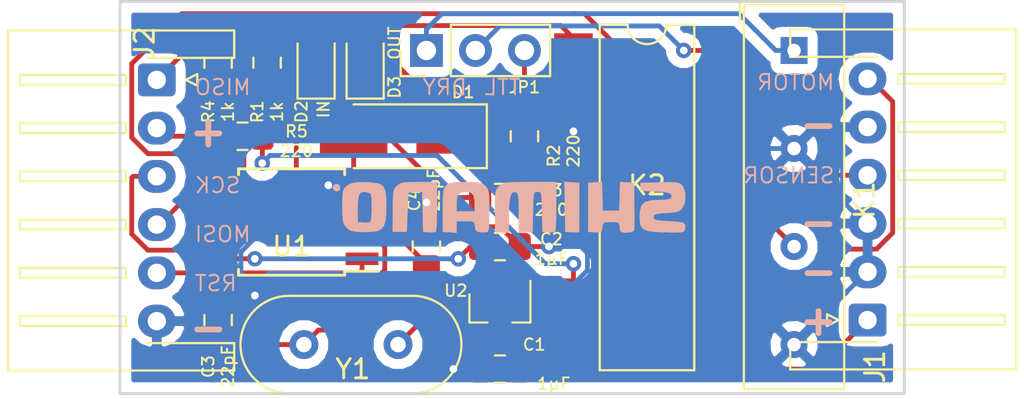
<source format=kicad_pcb>
(kicad_pcb (version 20171130) (host pcbnew "(5.0.2-5)-5")

  (general
    (thickness 1.6)
    (drawings 20)
    (tracks 190)
    (zones 0)
    (modules 21)
    (nets 18)
  )

  (page A4)
  (layers
    (0 F.Cu signal)
    (31 B.Cu signal)
    (32 B.Adhes user)
    (33 F.Adhes user)
    (34 B.Paste user)
    (35 F.Paste user)
    (36 B.SilkS user hide)
    (37 F.SilkS user)
    (38 B.Mask user)
    (39 F.Mask user)
    (40 Dwgs.User user)
    (41 Cmts.User user)
    (42 Eco1.User user)
    (43 Eco2.User user)
    (44 Edge.Cuts user)
    (45 Margin user)
    (46 B.CrtYd user)
    (47 F.CrtYd user hide)
    (48 B.Fab user)
    (49 F.Fab user hide)
  )

  (setup
    (last_trace_width 0.25)
    (trace_clearance 0.2)
    (zone_clearance 0.508)
    (zone_45_only no)
    (trace_min 0.2)
    (segment_width 0.2)
    (edge_width 0.15)
    (via_size 0.8)
    (via_drill 0.4)
    (via_min_size 0.4)
    (via_min_drill 0.3)
    (uvia_size 0.3)
    (uvia_drill 0.1)
    (uvias_allowed no)
    (uvia_min_size 0.2)
    (uvia_min_drill 0.1)
    (pcb_text_width 0.3)
    (pcb_text_size 1.5 1.5)
    (mod_edge_width 0.15)
    (mod_text_size 1 1)
    (mod_text_width 0.15)
    (pad_size 1.524 1.524)
    (pad_drill 0.762)
    (pad_to_mask_clearance 0.051)
    (solder_mask_min_width 0.25)
    (aux_axis_origin 0 0)
    (visible_elements FFFFFF7F)
    (pcbplotparams
      (layerselection 0x010fc_ffffffff)
      (usegerberextensions false)
      (usegerberattributes false)
      (usegerberadvancedattributes false)
      (creategerberjobfile false)
      (excludeedgelayer true)
      (linewidth 0.100000)
      (plotframeref false)
      (viasonmask false)
      (mode 1)
      (useauxorigin false)
      (hpglpennumber 1)
      (hpglpenspeed 20)
      (hpglpendiameter 15.000000)
      (psnegative false)
      (psa4output false)
      (plotreference true)
      (plotvalue true)
      (plotinvisibletext false)
      (padsonsilk false)
      (subtractmaskfromsilk false)
      (outputformat 1)
      (mirror false)
      (drillshape 0)
      (scaleselection 1)
      (outputdirectory "../gerber/"))
  )

  (net 0 "")
  (net 1 "Net-(D1-Pad1)")
  (net 2 +6V)
  (net 3 +5V)
  (net 4 MISO)
  (net 5 SCK)
  (net 6 MOSI)
  (net 7 RST)
  (net 8 MOTOR_OUT)
  (net 9 MOTOR_IN)
  (net 10 "Net-(C3-Pad2)")
  (net 11 "Net-(C4-Pad2)")
  (net 12 "Net-(D2-Pad2)")
  (net 13 "Net-(D3-Pad1)")
  (net 14 MOTOR_DRY)
  (net 15 "Net-(JP1-Pad2)")
  (net 16 MOTOR_TTL)
  (net 17 "Net-(K2-Pad6)")

  (net_class Default "This is the default net class."
    (clearance 0.2)
    (trace_width 0.25)
    (via_dia 0.8)
    (via_drill 0.4)
    (uvia_dia 0.3)
    (uvia_drill 0.1)
    (add_net +5V)
    (add_net +6V)
    (add_net MISO)
    (add_net MOSI)
    (add_net MOTOR_DRY)
    (add_net MOTOR_IN)
    (add_net MOTOR_OUT)
    (add_net MOTOR_TTL)
    (add_net "Net-(C3-Pad2)")
    (add_net "Net-(C4-Pad2)")
    (add_net "Net-(D1-Pad1)")
    (add_net "Net-(D2-Pad2)")
    (add_net "Net-(D3-Pad1)")
    (add_net "Net-(JP1-Pad2)")
    (add_net "Net-(K2-Pad6)")
    (add_net RST)
    (add_net SCK)
  )

  (net_class GND ""
    (clearance 0.2)
    (trace_width 0.5)
    (via_dia 0.8)
    (via_drill 0.4)
    (uvia_dia 0.3)
    (uvia_drill 0.1)
  )

  (module Crystal:Crystal_HC49-4H_Vertical (layer F.Cu) (tedit 5A1AD3B7) (tstamp 5D0094ED)
    (at 146.685 126.365)
    (descr "Crystal THT HC-49-4H http://5hertz.com/pdfs/04404_D.pdf")
    (tags "THT crystalHC-49-4H")
    (path /5CFFD27E)
    (fp_text reference Y1 (at 2.54 1.27) (layer F.SilkS)
      (effects (font (size 1 1) (thickness 0.15)))
    )
    (fp_text value Crystal_Small (at 2.44 3.525) (layer F.Fab)
      (effects (font (size 1 1) (thickness 0.15)))
    )
    (fp_text user %R (at 2.44 0) (layer F.Fab)
      (effects (font (size 1 1) (thickness 0.15)))
    )
    (fp_line (start -0.76 -2.325) (end 5.64 -2.325) (layer F.Fab) (width 0.1))
    (fp_line (start -0.76 2.325) (end 5.64 2.325) (layer F.Fab) (width 0.1))
    (fp_line (start -0.56 -2) (end 5.44 -2) (layer F.Fab) (width 0.1))
    (fp_line (start -0.56 2) (end 5.44 2) (layer F.Fab) (width 0.1))
    (fp_line (start -0.76 -2.525) (end 5.64 -2.525) (layer F.SilkS) (width 0.12))
    (fp_line (start -0.76 2.525) (end 5.64 2.525) (layer F.SilkS) (width 0.12))
    (fp_line (start -3.6 -2.8) (end -3.6 2.8) (layer F.CrtYd) (width 0.05))
    (fp_line (start -3.6 2.8) (end 8.5 2.8) (layer F.CrtYd) (width 0.05))
    (fp_line (start 8.5 2.8) (end 8.5 -2.8) (layer F.CrtYd) (width 0.05))
    (fp_line (start 8.5 -2.8) (end -3.6 -2.8) (layer F.CrtYd) (width 0.05))
    (fp_arc (start -0.76 0) (end -0.76 -2.325) (angle -180) (layer F.Fab) (width 0.1))
    (fp_arc (start 5.64 0) (end 5.64 -2.325) (angle 180) (layer F.Fab) (width 0.1))
    (fp_arc (start -0.56 0) (end -0.56 -2) (angle -180) (layer F.Fab) (width 0.1))
    (fp_arc (start 5.44 0) (end 5.44 -2) (angle 180) (layer F.Fab) (width 0.1))
    (fp_arc (start -0.76 0) (end -0.76 -2.525) (angle -180) (layer F.SilkS) (width 0.12))
    (fp_arc (start 5.64 0) (end 5.64 -2.525) (angle 180) (layer F.SilkS) (width 0.12))
    (pad 1 thru_hole circle (at 0 0) (size 1.5 1.5) (drill 0.8) (layers *.Cu *.Mask)
      (net 10 "Net-(C3-Pad2)"))
    (pad 2 thru_hole circle (at 4.88 0) (size 1.5 1.5) (drill 0.8) (layers *.Cu *.Mask)
      (net 11 "Net-(C4-Pad2)"))
    (model ${KISYS3DMOD}/Crystal.3dshapes/Crystal_HC49-4H_Vertical.wrl
      (at (xyz 0 0 0))
      (scale (xyz 1 1 1))
      (rotate (xyz 0 0 0))
    )
  )

  (module Capacitor_SMD:C_0805_2012Metric_Pad1.15x1.40mm_HandSolder (layer F.Cu) (tedit 5D2082C7) (tstamp 5D001596)
    (at 156.845 127.635 180)
    (descr "Capacitor SMD 0805 (2012 Metric), square (rectangular) end terminal, IPC_7351 nominal with elongated pad for handsoldering. (Body size source: https://docs.google.com/spreadsheets/d/1BsfQQcO9C6DZCsRaXUlFlo91Tg2WpOkGARC1WS5S8t0/edit?usp=sharing), generated with kicad-footprint-generator")
    (tags "capacitor handsolder")
    (path /5CFFD893)
    (attr smd)
    (fp_text reference C1 (at -1.778 1.27 180) (layer F.SilkS)
      (effects (font (size 0.6 0.6) (thickness 0.1)))
    )
    (fp_text value 1µF (at -2.794 -0.762 180) (layer F.SilkS)
      (effects (font (size 0.6 0.6) (thickness 0.1)))
    )
    (fp_text user %R (at 0 0 180) (layer F.Fab)
      (effects (font (size 0.5 0.5) (thickness 0.08)))
    )
    (fp_line (start 1.85 0.95) (end -1.85 0.95) (layer F.CrtYd) (width 0.05))
    (fp_line (start 1.85 -0.95) (end 1.85 0.95) (layer F.CrtYd) (width 0.05))
    (fp_line (start -1.85 -0.95) (end 1.85 -0.95) (layer F.CrtYd) (width 0.05))
    (fp_line (start -1.85 0.95) (end -1.85 -0.95) (layer F.CrtYd) (width 0.05))
    (fp_line (start -0.261252 0.71) (end 0.261252 0.71) (layer F.SilkS) (width 0.12))
    (fp_line (start -0.261252 -0.71) (end 0.261252 -0.71) (layer F.SilkS) (width 0.12))
    (fp_line (start 1 0.6) (end -1 0.6) (layer F.Fab) (width 0.1))
    (fp_line (start 1 -0.6) (end 1 0.6) (layer F.Fab) (width 0.1))
    (fp_line (start -1 -0.6) (end 1 -0.6) (layer F.Fab) (width 0.1))
    (fp_line (start -1 0.6) (end -1 -0.6) (layer F.Fab) (width 0.1))
    (pad 2 smd roundrect (at 1.025 0 180) (size 1.15 1.4) (layers F.Cu F.Paste F.Mask) (roundrect_rratio 0.217391)
      (net 8 MOTOR_OUT))
    (pad 1 smd roundrect (at -1.025 0 180) (size 1.15 1.4) (layers F.Cu F.Paste F.Mask) (roundrect_rratio 0.217391)
      (net 2 +6V))
    (model ${KISYS3DMOD}/Capacitor_SMD.3dshapes/C_0805_2012Metric.wrl
      (at (xyz 0 0 0))
      (scale (xyz 1 1 1))
      (rotate (xyz 0 0 0))
    )
  )

  (module Capacitor_SMD:C_0805_2012Metric_Pad1.15x1.40mm_HandSolder (layer F.Cu) (tedit 5D20828D) (tstamp 5D0015A7)
    (at 156.845 121.285)
    (descr "Capacitor SMD 0805 (2012 Metric), square (rectangular) end terminal, IPC_7351 nominal with elongated pad for handsoldering. (Body size source: https://docs.google.com/spreadsheets/d/1BsfQQcO9C6DZCsRaXUlFlo91Tg2WpOkGARC1WS5S8t0/edit?usp=sharing), generated with kicad-footprint-generator")
    (tags "capacitor handsolder")
    (path /5CFFD839)
    (attr smd)
    (fp_text reference C2 (at 2.667 -0.381) (layer F.SilkS)
      (effects (font (size 0.6 0.6) (thickness 0.1)))
    )
    (fp_text value 1µF (at 2.667 0.635) (layer F.SilkS)
      (effects (font (size 0.6 0.6) (thickness 0.1)))
    )
    (fp_line (start -1 0.6) (end -1 -0.6) (layer F.Fab) (width 0.1))
    (fp_line (start -1 -0.6) (end 1 -0.6) (layer F.Fab) (width 0.1))
    (fp_line (start 1 -0.6) (end 1 0.6) (layer F.Fab) (width 0.1))
    (fp_line (start 1 0.6) (end -1 0.6) (layer F.Fab) (width 0.1))
    (fp_line (start -0.261252 -0.71) (end 0.261252 -0.71) (layer F.SilkS) (width 0.12))
    (fp_line (start -0.261252 0.71) (end 0.261252 0.71) (layer F.SilkS) (width 0.12))
    (fp_line (start -1.85 0.95) (end -1.85 -0.95) (layer F.CrtYd) (width 0.05))
    (fp_line (start -1.85 -0.95) (end 1.85 -0.95) (layer F.CrtYd) (width 0.05))
    (fp_line (start 1.85 -0.95) (end 1.85 0.95) (layer F.CrtYd) (width 0.05))
    (fp_line (start 1.85 0.95) (end -1.85 0.95) (layer F.CrtYd) (width 0.05))
    (fp_text user %R (at 0 0) (layer F.Fab)
      (effects (font (size 0.5 0.5) (thickness 0.08)))
    )
    (pad 1 smd roundrect (at -1.025 0) (size 1.15 1.4) (layers F.Cu F.Paste F.Mask) (roundrect_rratio 0.217391)
      (net 3 +5V))
    (pad 2 smd roundrect (at 1.025 0) (size 1.15 1.4) (layers F.Cu F.Paste F.Mask) (roundrect_rratio 0.217391)
      (net 8 MOTOR_OUT))
    (model ${KISYS3DMOD}/Capacitor_SMD.3dshapes/C_0805_2012Metric.wrl
      (at (xyz 0 0 0))
      (scale (xyz 1 1 1))
      (rotate (xyz 0 0 0))
    )
  )

  (module Diode_SMD:D_SMA_Handsoldering (layer F.Cu) (tedit 5D2083B3) (tstamp 5D0015BF)
    (at 151.765 115.57 180)
    (descr "Diode SMA (DO-214AC) Handsoldering")
    (tags "Diode SMA (DO-214AC) Handsoldering")
    (path /5CFFD5FF)
    (attr smd)
    (fp_text reference D1 (at -3.175 2.286 180) (layer F.SilkS)
      (effects (font (size 0.6 0.6) (thickness 0.1)))
    )
    (fp_text value D (at 0 2.6 180) (layer F.Fab)
      (effects (font (size 1 1) (thickness 0.15)))
    )
    (fp_text user %R (at 0 -2.5 180) (layer F.Fab)
      (effects (font (size 1 1) (thickness 0.15)))
    )
    (fp_line (start -4.4 -1.65) (end -4.4 1.65) (layer F.SilkS) (width 0.12))
    (fp_line (start 2.3 1.5) (end -2.3 1.5) (layer F.Fab) (width 0.1))
    (fp_line (start -2.3 1.5) (end -2.3 -1.5) (layer F.Fab) (width 0.1))
    (fp_line (start 2.3 -1.5) (end 2.3 1.5) (layer F.Fab) (width 0.1))
    (fp_line (start 2.3 -1.5) (end -2.3 -1.5) (layer F.Fab) (width 0.1))
    (fp_line (start -4.5 -1.75) (end 4.5 -1.75) (layer F.CrtYd) (width 0.05))
    (fp_line (start 4.5 -1.75) (end 4.5 1.75) (layer F.CrtYd) (width 0.05))
    (fp_line (start 4.5 1.75) (end -4.5 1.75) (layer F.CrtYd) (width 0.05))
    (fp_line (start -4.5 1.75) (end -4.5 -1.75) (layer F.CrtYd) (width 0.05))
    (fp_line (start -0.64944 0.00102) (end -1.55114 0.00102) (layer F.Fab) (width 0.1))
    (fp_line (start 0.50118 0.00102) (end 1.4994 0.00102) (layer F.Fab) (width 0.1))
    (fp_line (start -0.64944 -0.79908) (end -0.64944 0.80112) (layer F.Fab) (width 0.1))
    (fp_line (start 0.50118 0.75032) (end 0.50118 -0.79908) (layer F.Fab) (width 0.1))
    (fp_line (start -0.64944 0.00102) (end 0.50118 0.75032) (layer F.Fab) (width 0.1))
    (fp_line (start -0.64944 0.00102) (end 0.50118 -0.79908) (layer F.Fab) (width 0.1))
    (fp_line (start -4.4 1.65) (end 2.5 1.65) (layer F.SilkS) (width 0.12))
    (fp_line (start -4.4 -1.65) (end 2.5 -1.65) (layer F.SilkS) (width 0.12))
    (pad 1 smd rect (at -2.5 0 180) (size 3.5 1.8) (layers F.Cu F.Paste F.Mask)
      (net 1 "Net-(D1-Pad1)"))
    (pad 2 smd rect (at 2.5 0 180) (size 3.5 1.8) (layers F.Cu F.Paste F.Mask)
      (net 8 MOTOR_OUT))
    (model ${KISYS3DMOD}/Diode_SMD.3dshapes/D_SMA.wrl
      (at (xyz 0 0 0))
      (scale (xyz 1 1 1))
      (rotate (xyz 0 0 0))
    )
  )

  (module Resistor_SMD:R_0805_2012Metric_Pad1.15x1.40mm_HandSolder (layer F.Cu) (tedit 5D20840E) (tstamp 5D0015E8)
    (at 144.78 111.76 90)
    (descr "Resistor SMD 0805 (2012 Metric), square (rectangular) end terminal, IPC_7351 nominal with elongated pad for handsoldering. (Body size source: https://docs.google.com/spreadsheets/d/1BsfQQcO9C6DZCsRaXUlFlo91Tg2WpOkGARC1WS5S8t0/edit?usp=sharing), generated with kicad-footprint-generator")
    (tags "resistor handsolder")
    (path /5CFFD7B4)
    (attr smd)
    (fp_text reference R1 (at -2.54 -0.508 90) (layer F.SilkS)
      (effects (font (size 0.6 0.6) (thickness 0.1)))
    )
    (fp_text value 1k (at -2.54 0.508 90) (layer F.SilkS)
      (effects (font (size 0.6 0.6) (thickness 0.1)))
    )
    (fp_line (start -1 0.6) (end -1 -0.6) (layer F.Fab) (width 0.1))
    (fp_line (start -1 -0.6) (end 1 -0.6) (layer F.Fab) (width 0.1))
    (fp_line (start 1 -0.6) (end 1 0.6) (layer F.Fab) (width 0.1))
    (fp_line (start 1 0.6) (end -1 0.6) (layer F.Fab) (width 0.1))
    (fp_line (start -0.261252 -0.71) (end 0.261252 -0.71) (layer F.SilkS) (width 0.12))
    (fp_line (start -0.261252 0.71) (end 0.261252 0.71) (layer F.SilkS) (width 0.12))
    (fp_line (start -1.85 0.95) (end -1.85 -0.95) (layer F.CrtYd) (width 0.05))
    (fp_line (start -1.85 -0.95) (end 1.85 -0.95) (layer F.CrtYd) (width 0.05))
    (fp_line (start 1.85 -0.95) (end 1.85 0.95) (layer F.CrtYd) (width 0.05))
    (fp_line (start 1.85 0.95) (end -1.85 0.95) (layer F.CrtYd) (width 0.05))
    (fp_text user %R (at 0 0 90) (layer F.Fab)
      (effects (font (size 0.5 0.5) (thickness 0.08)))
    )
    (pad 1 smd roundrect (at -1.025 0 90) (size 1.15 1.4) (layers F.Cu F.Paste F.Mask) (roundrect_rratio 0.217391)
      (net 4 MISO))
    (pad 2 smd roundrect (at 1.025 0 90) (size 1.15 1.4) (layers F.Cu F.Paste F.Mask) (roundrect_rratio 0.217391)
      (net 12 "Net-(D2-Pad2)"))
    (model ${KISYS3DMOD}/Resistor_SMD.3dshapes/R_0805_2012Metric.wrl
      (at (xyz 0 0 0))
      (scale (xyz 1 1 1))
      (rotate (xyz 0 0 0))
    )
  )

  (module Resistor_SMD:R_0805_2012Metric_Pad1.15x1.40mm_HandSolder (layer F.Cu) (tedit 5D2081DC) (tstamp 5D230DD0)
    (at 158.115 115.57 270)
    (descr "Resistor SMD 0805 (2012 Metric), square (rectangular) end terminal, IPC_7351 nominal with elongated pad for handsoldering. (Body size source: https://docs.google.com/spreadsheets/d/1BsfQQcO9C6DZCsRaXUlFlo91Tg2WpOkGARC1WS5S8t0/edit?usp=sharing), generated with kicad-footprint-generator")
    (tags "resistor handsolder")
    (path /5CFFDB28)
    (attr smd)
    (fp_text reference R2 (at 1.016 -1.524 90) (layer F.SilkS)
      (effects (font (size 0.6 0.6) (thickness 0.1)))
    )
    (fp_text value 220 (at 0.762 -2.54 270) (layer F.SilkS)
      (effects (font (size 0.6 0.6) (thickness 0.1)))
    )
    (fp_text user %R (at 0 0 270) (layer F.Fab)
      (effects (font (size 0.5 0.5) (thickness 0.08)))
    )
    (fp_line (start 1.85 0.95) (end -1.85 0.95) (layer F.CrtYd) (width 0.05))
    (fp_line (start 1.85 -0.95) (end 1.85 0.95) (layer F.CrtYd) (width 0.05))
    (fp_line (start -1.85 -0.95) (end 1.85 -0.95) (layer F.CrtYd) (width 0.05))
    (fp_line (start -1.85 0.95) (end -1.85 -0.95) (layer F.CrtYd) (width 0.05))
    (fp_line (start -0.261252 0.71) (end 0.261252 0.71) (layer F.SilkS) (width 0.12))
    (fp_line (start -0.261252 -0.71) (end 0.261252 -0.71) (layer F.SilkS) (width 0.12))
    (fp_line (start 1 0.6) (end -1 0.6) (layer F.Fab) (width 0.1))
    (fp_line (start 1 -0.6) (end 1 0.6) (layer F.Fab) (width 0.1))
    (fp_line (start -1 -0.6) (end 1 -0.6) (layer F.Fab) (width 0.1))
    (fp_line (start -1 0.6) (end -1 -0.6) (layer F.Fab) (width 0.1))
    (pad 2 smd roundrect (at 1.025 0 270) (size 1.15 1.4) (layers F.Cu F.Paste F.Mask) (roundrect_rratio 0.217391)
      (net 6 MOSI))
    (pad 1 smd roundrect (at -1.025 0 270) (size 1.15 1.4) (layers F.Cu F.Paste F.Mask) (roundrect_rratio 0.217391)
      (net 16 MOTOR_TTL))
    (model ${KISYS3DMOD}/Resistor_SMD.3dshapes/R_0805_2012Metric.wrl
      (at (xyz 0 0 0))
      (scale (xyz 1 1 1))
      (rotate (xyz 0 0 0))
    )
  )

  (module Resistor_SMD:R_0805_2012Metric_Pad1.15x1.40mm_HandSolder (layer F.Cu) (tedit 5D20822E) (tstamp 5D00160A)
    (at 156.845 118.745)
    (descr "Resistor SMD 0805 (2012 Metric), square (rectangular) end terminal, IPC_7351 nominal with elongated pad for handsoldering. (Body size source: https://docs.google.com/spreadsheets/d/1BsfQQcO9C6DZCsRaXUlFlo91Tg2WpOkGARC1WS5S8t0/edit?usp=sharing), generated with kicad-footprint-generator")
    (tags "resistor handsolder")
    (path /5CFFDB4E)
    (attr smd)
    (fp_text reference R3 (at 2.667 -0.381) (layer F.SilkS)
      (effects (font (size 0.6 0.6) (thickness 0.1)))
    )
    (fp_text value 220 (at 2.667 0.635) (layer F.SilkS)
      (effects (font (size 0.6 0.6) (thickness 0.1)))
    )
    (fp_line (start -1 0.6) (end -1 -0.6) (layer F.Fab) (width 0.1))
    (fp_line (start -1 -0.6) (end 1 -0.6) (layer F.Fab) (width 0.1))
    (fp_line (start 1 -0.6) (end 1 0.6) (layer F.Fab) (width 0.1))
    (fp_line (start 1 0.6) (end -1 0.6) (layer F.Fab) (width 0.1))
    (fp_line (start -0.261252 -0.71) (end 0.261252 -0.71) (layer F.SilkS) (width 0.12))
    (fp_line (start -0.261252 0.71) (end 0.261252 0.71) (layer F.SilkS) (width 0.12))
    (fp_line (start -1.85 0.95) (end -1.85 -0.95) (layer F.CrtYd) (width 0.05))
    (fp_line (start -1.85 -0.95) (end 1.85 -0.95) (layer F.CrtYd) (width 0.05))
    (fp_line (start 1.85 -0.95) (end 1.85 0.95) (layer F.CrtYd) (width 0.05))
    (fp_line (start 1.85 0.95) (end -1.85 0.95) (layer F.CrtYd) (width 0.05))
    (fp_text user %R (at 0 0) (layer F.Fab)
      (effects (font (size 0.5 0.5) (thickness 0.08)))
    )
    (pad 1 smd roundrect (at -1.025 0) (size 1.15 1.4) (layers F.Cu F.Paste F.Mask) (roundrect_rratio 0.217391)
      (net 13 "Net-(D3-Pad1)"))
    (pad 2 smd roundrect (at 1.025 0) (size 1.15 1.4) (layers F.Cu F.Paste F.Mask) (roundrect_rratio 0.217391)
      (net 1 "Net-(D1-Pad1)"))
    (model ${KISYS3DMOD}/Resistor_SMD.3dshapes/R_0805_2012Metric.wrl
      (at (xyz 0 0 0))
      (scale (xyz 1 1 1))
      (rotate (xyz 0 0 0))
    )
  )

  (module Package_SO:SOIJ-8_5.3x5.3mm_P1.27mm (layer F.Cu) (tedit 5A02F2D3) (tstamp 5D001627)
    (at 146.05 120.015 180)
    (descr "8-Lead Plastic Small Outline (SM) - Medium, 5.28 mm Body [SOIC] (see Microchip Packaging Specification 00000049BS.pdf)")
    (tags "SOIC 1.27")
    (path /5CFFD1B8)
    (attr smd)
    (fp_text reference U1 (at 0 -1.27 180) (layer F.SilkS)
      (effects (font (size 1 1) (thickness 0.15)))
    )
    (fp_text value ATtiny45-20SU (at 0 3.68 180) (layer F.Fab)
      (effects (font (size 1 1) (thickness 0.15)))
    )
    (fp_text user %R (at 0 0 180) (layer F.Fab)
      (effects (font (size 1 1) (thickness 0.15)))
    )
    (fp_line (start -1.65 -2.65) (end 2.65 -2.65) (layer F.Fab) (width 0.15))
    (fp_line (start 2.65 -2.65) (end 2.65 2.65) (layer F.Fab) (width 0.15))
    (fp_line (start 2.65 2.65) (end -2.65 2.65) (layer F.Fab) (width 0.15))
    (fp_line (start -2.65 2.65) (end -2.65 -1.65) (layer F.Fab) (width 0.15))
    (fp_line (start -2.65 -1.65) (end -1.65 -2.65) (layer F.Fab) (width 0.15))
    (fp_line (start -4.75 -2.95) (end -4.75 2.95) (layer F.CrtYd) (width 0.05))
    (fp_line (start 4.75 -2.95) (end 4.75 2.95) (layer F.CrtYd) (width 0.05))
    (fp_line (start -4.75 -2.95) (end 4.75 -2.95) (layer F.CrtYd) (width 0.05))
    (fp_line (start -4.75 2.95) (end 4.75 2.95) (layer F.CrtYd) (width 0.05))
    (fp_line (start -2.75 -2.755) (end -2.75 -2.55) (layer F.SilkS) (width 0.15))
    (fp_line (start 2.75 -2.755) (end 2.75 -2.455) (layer F.SilkS) (width 0.15))
    (fp_line (start 2.75 2.755) (end 2.75 2.455) (layer F.SilkS) (width 0.15))
    (fp_line (start -2.75 2.755) (end -2.75 2.455) (layer F.SilkS) (width 0.15))
    (fp_line (start -2.75 -2.755) (end 2.75 -2.755) (layer F.SilkS) (width 0.15))
    (fp_line (start -2.75 2.755) (end 2.75 2.755) (layer F.SilkS) (width 0.15))
    (fp_line (start -2.75 -2.55) (end -4.5 -2.55) (layer F.SilkS) (width 0.15))
    (pad 1 smd rect (at -3.65 -1.905 180) (size 1.7 0.65) (layers F.Cu F.Paste F.Mask)
      (net 7 RST))
    (pad 2 smd rect (at -3.65 -0.635 180) (size 1.7 0.65) (layers F.Cu F.Paste F.Mask)
      (net 10 "Net-(C3-Pad2)"))
    (pad 3 smd rect (at -3.65 0.635 180) (size 1.7 0.65) (layers F.Cu F.Paste F.Mask)
      (net 11 "Net-(C4-Pad2)"))
    (pad 4 smd rect (at -3.65 1.905 180) (size 1.7 0.65) (layers F.Cu F.Paste F.Mask)
      (net 8 MOTOR_OUT))
    (pad 5 smd rect (at 3.65 1.905 180) (size 1.7 0.65) (layers F.Cu F.Paste F.Mask)
      (net 6 MOSI))
    (pad 6 smd rect (at 3.65 0.635 180) (size 1.7 0.65) (layers F.Cu F.Paste F.Mask)
      (net 4 MISO))
    (pad 7 smd rect (at 3.65 -0.635 180) (size 1.7 0.65) (layers F.Cu F.Paste F.Mask)
      (net 5 SCK))
    (pad 8 smd rect (at 3.65 -1.905 180) (size 1.7 0.65) (layers F.Cu F.Paste F.Mask)
      (net 3 +5V))
    (model ${KISYS3DMOD}/Package_SO.3dshapes/SOIJ-8_5.3x5.3mm_P1.27mm.wrl
      (at (xyz 0 0 0))
      (scale (xyz 1 1 1))
      (rotate (xyz 0 0 0))
    )
  )

  (module Package_TO_SOT_SMD:SOT-23 (layer F.Cu) (tedit 5D2082FD) (tstamp 5D00163C)
    (at 156.845 124.46 270)
    (descr "SOT-23, Standard")
    (tags SOT-23)
    (path /5CFFD3ED)
    (attr smd)
    (fp_text reference U2 (at -0.889 2.286) (layer F.SilkS)
      (effects (font (size 0.6 0.6) (thickness 0.1)))
    )
    (fp_text value MCP1700-5002E_SOT23 (at 0 2.5 270) (layer F.Fab)
      (effects (font (size 1 1) (thickness 0.15)))
    )
    (fp_text user %R (at 0 0) (layer F.Fab)
      (effects (font (size 0.5 0.5) (thickness 0.075)))
    )
    (fp_line (start -0.7 -0.95) (end -0.7 1.5) (layer F.Fab) (width 0.1))
    (fp_line (start -0.15 -1.52) (end 0.7 -1.52) (layer F.Fab) (width 0.1))
    (fp_line (start -0.7 -0.95) (end -0.15 -1.52) (layer F.Fab) (width 0.1))
    (fp_line (start 0.7 -1.52) (end 0.7 1.52) (layer F.Fab) (width 0.1))
    (fp_line (start -0.7 1.52) (end 0.7 1.52) (layer F.Fab) (width 0.1))
    (fp_line (start 0.76 1.58) (end 0.76 0.65) (layer F.SilkS) (width 0.12))
    (fp_line (start 0.76 -1.58) (end 0.76 -0.65) (layer F.SilkS) (width 0.12))
    (fp_line (start -1.7 -1.75) (end 1.7 -1.75) (layer F.CrtYd) (width 0.05))
    (fp_line (start 1.7 -1.75) (end 1.7 1.75) (layer F.CrtYd) (width 0.05))
    (fp_line (start 1.7 1.75) (end -1.7 1.75) (layer F.CrtYd) (width 0.05))
    (fp_line (start -1.7 1.75) (end -1.7 -1.75) (layer F.CrtYd) (width 0.05))
    (fp_line (start 0.76 -1.58) (end -1.4 -1.58) (layer F.SilkS) (width 0.12))
    (fp_line (start 0.76 1.58) (end -0.7 1.58) (layer F.SilkS) (width 0.12))
    (pad 1 smd rect (at -1 -0.95 270) (size 0.9 0.8) (layers F.Cu F.Paste F.Mask)
      (net 8 MOTOR_OUT))
    (pad 2 smd rect (at -1 0.95 270) (size 0.9 0.8) (layers F.Cu F.Paste F.Mask)
      (net 3 +5V))
    (pad 3 smd rect (at 1 0 270) (size 0.9 0.8) (layers F.Cu F.Paste F.Mask)
      (net 2 +6V))
    (model ${KISYS3DMOD}/Package_TO_SOT_SMD.3dshapes/SOT-23.wrl
      (at (xyz 0 0 0))
      (scale (xyz 1 1 1))
      (rotate (xyz 0 0 0))
    )
  )

  (module Connector_JST:JST_XH_S06B-XH-A-1_1x06_P2.50mm_Horizontal (layer F.Cu) (tedit 5B77520A) (tstamp 5D217982)
    (at 139.065 112.649 270)
    (descr "JST XH series connector, S06B-XH-A-1 (http://www.jst-mfg.com/product/pdf/eng/eXH.pdf), generated with kicad-footprint-generator")
    (tags "connector JST XH top entry")
    (path /5CFFF436)
    (fp_text reference J2 (at -1.905 0.635 270) (layer F.SilkS)
      (effects (font (size 1 1) (thickness 0.15)))
    )
    (fp_text value Conn_01x06_Male (at 6.25 8.8 270) (layer F.Fab)
      (effects (font (size 1 1) (thickness 0.15)))
    )
    (fp_line (start -2.95 -4.4) (end -2.95 8.1) (layer F.CrtYd) (width 0.05))
    (fp_line (start -2.95 8.1) (end 15.45 8.1) (layer F.CrtYd) (width 0.05))
    (fp_line (start 15.45 8.1) (end 15.45 -4.4) (layer F.CrtYd) (width 0.05))
    (fp_line (start 15.45 -4.4) (end -2.95 -4.4) (layer F.CrtYd) (width 0.05))
    (fp_line (start 6.25 7.71) (end -2.56 7.71) (layer F.SilkS) (width 0.12))
    (fp_line (start -2.56 7.71) (end -2.56 -4.01) (layer F.SilkS) (width 0.12))
    (fp_line (start -2.56 -4.01) (end -1.14 -4.01) (layer F.SilkS) (width 0.12))
    (fp_line (start -1.14 -4.01) (end -1.14 0.49) (layer F.SilkS) (width 0.12))
    (fp_line (start 6.25 7.71) (end 15.06 7.71) (layer F.SilkS) (width 0.12))
    (fp_line (start 15.06 7.71) (end 15.06 -4.01) (layer F.SilkS) (width 0.12))
    (fp_line (start 15.06 -4.01) (end 13.64 -4.01) (layer F.SilkS) (width 0.12))
    (fp_line (start 13.64 -4.01) (end 13.64 0.49) (layer F.SilkS) (width 0.12))
    (fp_line (start 6.25 7.6) (end -2.45 7.6) (layer F.Fab) (width 0.1))
    (fp_line (start -2.45 7.6) (end -2.45 -3.9) (layer F.Fab) (width 0.1))
    (fp_line (start -2.45 -3.9) (end -1.25 -3.9) (layer F.Fab) (width 0.1))
    (fp_line (start -1.25 -3.9) (end -1.25 0.6) (layer F.Fab) (width 0.1))
    (fp_line (start -1.25 0.6) (end 6.25 0.6) (layer F.Fab) (width 0.1))
    (fp_line (start 6.25 7.6) (end 14.95 7.6) (layer F.Fab) (width 0.1))
    (fp_line (start 14.95 7.6) (end 14.95 -3.9) (layer F.Fab) (width 0.1))
    (fp_line (start 14.95 -3.9) (end 13.75 -3.9) (layer F.Fab) (width 0.1))
    (fp_line (start 13.75 -3.9) (end 13.75 0.6) (layer F.Fab) (width 0.1))
    (fp_line (start 13.75 0.6) (end 6.25 0.6) (layer F.Fab) (width 0.1))
    (fp_line (start -0.25 1.6) (end -0.25 7.1) (layer F.SilkS) (width 0.12))
    (fp_line (start -0.25 7.1) (end 0.25 7.1) (layer F.SilkS) (width 0.12))
    (fp_line (start 0.25 7.1) (end 0.25 1.6) (layer F.SilkS) (width 0.12))
    (fp_line (start 0.25 1.6) (end -0.25 1.6) (layer F.SilkS) (width 0.12))
    (fp_line (start 2.25 1.6) (end 2.25 7.1) (layer F.SilkS) (width 0.12))
    (fp_line (start 2.25 7.1) (end 2.75 7.1) (layer F.SilkS) (width 0.12))
    (fp_line (start 2.75 7.1) (end 2.75 1.6) (layer F.SilkS) (width 0.12))
    (fp_line (start 2.75 1.6) (end 2.25 1.6) (layer F.SilkS) (width 0.12))
    (fp_line (start 4.75 1.6) (end 4.75 7.1) (layer F.SilkS) (width 0.12))
    (fp_line (start 4.75 7.1) (end 5.25 7.1) (layer F.SilkS) (width 0.12))
    (fp_line (start 5.25 7.1) (end 5.25 1.6) (layer F.SilkS) (width 0.12))
    (fp_line (start 5.25 1.6) (end 4.75 1.6) (layer F.SilkS) (width 0.12))
    (fp_line (start 7.25 1.6) (end 7.25 7.1) (layer F.SilkS) (width 0.12))
    (fp_line (start 7.25 7.1) (end 7.75 7.1) (layer F.SilkS) (width 0.12))
    (fp_line (start 7.75 7.1) (end 7.75 1.6) (layer F.SilkS) (width 0.12))
    (fp_line (start 7.75 1.6) (end 7.25 1.6) (layer F.SilkS) (width 0.12))
    (fp_line (start 9.75 1.6) (end 9.75 7.1) (layer F.SilkS) (width 0.12))
    (fp_line (start 9.75 7.1) (end 10.25 7.1) (layer F.SilkS) (width 0.12))
    (fp_line (start 10.25 7.1) (end 10.25 1.6) (layer F.SilkS) (width 0.12))
    (fp_line (start 10.25 1.6) (end 9.75 1.6) (layer F.SilkS) (width 0.12))
    (fp_line (start 12.25 1.6) (end 12.25 7.1) (layer F.SilkS) (width 0.12))
    (fp_line (start 12.25 7.1) (end 12.75 7.1) (layer F.SilkS) (width 0.12))
    (fp_line (start 12.75 7.1) (end 12.75 1.6) (layer F.SilkS) (width 0.12))
    (fp_line (start 12.75 1.6) (end 12.25 1.6) (layer F.SilkS) (width 0.12))
    (fp_line (start 0 -1.5) (end -0.3 -2.1) (layer F.SilkS) (width 0.12))
    (fp_line (start -0.3 -2.1) (end 0.3 -2.1) (layer F.SilkS) (width 0.12))
    (fp_line (start 0.3 -2.1) (end 0 -1.5) (layer F.SilkS) (width 0.12))
    (fp_line (start -0.625 0.6) (end 0 -0.4) (layer F.Fab) (width 0.1))
    (fp_line (start 0 -0.4) (end 0.625 0.6) (layer F.Fab) (width 0.1))
    (fp_text user %R (at 6.25 1.85 270) (layer F.Fab)
      (effects (font (size 1 1) (thickness 0.15)))
    )
    (pad 1 thru_hole roundrect (at 0 0 270) (size 1.7 1.95) (drill 0.95) (layers *.Cu *.Mask) (roundrect_rratio 0.147059)
      (net 4 MISO))
    (pad 2 thru_hole oval (at 2.5 0 270) (size 1.7 1.95) (drill 0.95) (layers *.Cu *.Mask)
      (net 3 +5V))
    (pad 3 thru_hole oval (at 5 0 270) (size 1.7 1.95) (drill 0.95) (layers *.Cu *.Mask)
      (net 5 SCK))
    (pad 4 thru_hole oval (at 7.5 0 270) (size 1.7 1.95) (drill 0.95) (layers *.Cu *.Mask)
      (net 6 MOSI))
    (pad 5 thru_hole oval (at 10 0 270) (size 1.7 1.95) (drill 0.95) (layers *.Cu *.Mask)
      (net 7 RST))
    (pad 6 thru_hole oval (at 12.5 0 270) (size 1.7 1.95) (drill 0.95) (layers *.Cu *.Mask)
      (net 8 MOTOR_OUT))
    (model ${KISYS3DMOD}/Connector_JST.3dshapes/JST_XH_S06B-XH-A-1_1x06_P2.50mm_Horizontal.wrl
      (at (xyz 0 0 0))
      (scale (xyz 1 1 1))
      (rotate (xyz 0 0 0))
    )
  )

  (module Connector_JST:JST_XH_S06B-XH-A-1_1x06_P2.50mm_Horizontal (layer F.Cu) (tedit 5B77520A) (tstamp 5D01F0CF)
    (at 175.895 125.095 90)
    (descr "JST XH series connector, S06B-XH-A-1 (http://www.jst-mfg.com/product/pdf/eng/eXH.pdf), generated with kicad-footprint-generator")
    (tags "connector JST XH top entry")
    (path /5D01EE07)
    (fp_text reference J1 (at -2.413 0.381 90) (layer F.SilkS)
      (effects (font (size 1 1) (thickness 0.15)))
    )
    (fp_text value Conn_01x06_Male (at 6.25 8.8 90) (layer F.Fab)
      (effects (font (size 1 1) (thickness 0.15)))
    )
    (fp_line (start -2.95 -4.4) (end -2.95 8.1) (layer F.CrtYd) (width 0.05))
    (fp_line (start -2.95 8.1) (end 15.45 8.1) (layer F.CrtYd) (width 0.05))
    (fp_line (start 15.45 8.1) (end 15.45 -4.4) (layer F.CrtYd) (width 0.05))
    (fp_line (start 15.45 -4.4) (end -2.95 -4.4) (layer F.CrtYd) (width 0.05))
    (fp_line (start 6.25 7.71) (end -2.56 7.71) (layer F.SilkS) (width 0.12))
    (fp_line (start -2.56 7.71) (end -2.56 -4.01) (layer F.SilkS) (width 0.12))
    (fp_line (start -2.56 -4.01) (end -1.14 -4.01) (layer F.SilkS) (width 0.12))
    (fp_line (start -1.14 -4.01) (end -1.14 0.49) (layer F.SilkS) (width 0.12))
    (fp_line (start 6.25 7.71) (end 15.06 7.71) (layer F.SilkS) (width 0.12))
    (fp_line (start 15.06 7.71) (end 15.06 -4.01) (layer F.SilkS) (width 0.12))
    (fp_line (start 15.06 -4.01) (end 13.64 -4.01) (layer F.SilkS) (width 0.12))
    (fp_line (start 13.64 -4.01) (end 13.64 0.49) (layer F.SilkS) (width 0.12))
    (fp_line (start 6.25 7.6) (end -2.45 7.6) (layer F.Fab) (width 0.1))
    (fp_line (start -2.45 7.6) (end -2.45 -3.9) (layer F.Fab) (width 0.1))
    (fp_line (start -2.45 -3.9) (end -1.25 -3.9) (layer F.Fab) (width 0.1))
    (fp_line (start -1.25 -3.9) (end -1.25 0.6) (layer F.Fab) (width 0.1))
    (fp_line (start -1.25 0.6) (end 6.25 0.6) (layer F.Fab) (width 0.1))
    (fp_line (start 6.25 7.6) (end 14.95 7.6) (layer F.Fab) (width 0.1))
    (fp_line (start 14.95 7.6) (end 14.95 -3.9) (layer F.Fab) (width 0.1))
    (fp_line (start 14.95 -3.9) (end 13.75 -3.9) (layer F.Fab) (width 0.1))
    (fp_line (start 13.75 -3.9) (end 13.75 0.6) (layer F.Fab) (width 0.1))
    (fp_line (start 13.75 0.6) (end 6.25 0.6) (layer F.Fab) (width 0.1))
    (fp_line (start -0.25 1.6) (end -0.25 7.1) (layer F.SilkS) (width 0.12))
    (fp_line (start -0.25 7.1) (end 0.25 7.1) (layer F.SilkS) (width 0.12))
    (fp_line (start 0.25 7.1) (end 0.25 1.6) (layer F.SilkS) (width 0.12))
    (fp_line (start 0.25 1.6) (end -0.25 1.6) (layer F.SilkS) (width 0.12))
    (fp_line (start 2.25 1.6) (end 2.25 7.1) (layer F.SilkS) (width 0.12))
    (fp_line (start 2.25 7.1) (end 2.75 7.1) (layer F.SilkS) (width 0.12))
    (fp_line (start 2.75 7.1) (end 2.75 1.6) (layer F.SilkS) (width 0.12))
    (fp_line (start 2.75 1.6) (end 2.25 1.6) (layer F.SilkS) (width 0.12))
    (fp_line (start 4.75 1.6) (end 4.75 7.1) (layer F.SilkS) (width 0.12))
    (fp_line (start 4.75 7.1) (end 5.25 7.1) (layer F.SilkS) (width 0.12))
    (fp_line (start 5.25 7.1) (end 5.25 1.6) (layer F.SilkS) (width 0.12))
    (fp_line (start 5.25 1.6) (end 4.75 1.6) (layer F.SilkS) (width 0.12))
    (fp_line (start 7.25 1.6) (end 7.25 7.1) (layer F.SilkS) (width 0.12))
    (fp_line (start 7.25 7.1) (end 7.75 7.1) (layer F.SilkS) (width 0.12))
    (fp_line (start 7.75 7.1) (end 7.75 1.6) (layer F.SilkS) (width 0.12))
    (fp_line (start 7.75 1.6) (end 7.25 1.6) (layer F.SilkS) (width 0.12))
    (fp_line (start 9.75 1.6) (end 9.75 7.1) (layer F.SilkS) (width 0.12))
    (fp_line (start 9.75 7.1) (end 10.25 7.1) (layer F.SilkS) (width 0.12))
    (fp_line (start 10.25 7.1) (end 10.25 1.6) (layer F.SilkS) (width 0.12))
    (fp_line (start 10.25 1.6) (end 9.75 1.6) (layer F.SilkS) (width 0.12))
    (fp_line (start 12.25 1.6) (end 12.25 7.1) (layer F.SilkS) (width 0.12))
    (fp_line (start 12.25 7.1) (end 12.75 7.1) (layer F.SilkS) (width 0.12))
    (fp_line (start 12.75 7.1) (end 12.75 1.6) (layer F.SilkS) (width 0.12))
    (fp_line (start 12.75 1.6) (end 12.25 1.6) (layer F.SilkS) (width 0.12))
    (fp_line (start 0 -1.5) (end -0.3 -2.1) (layer F.SilkS) (width 0.12))
    (fp_line (start -0.3 -2.1) (end 0.3 -2.1) (layer F.SilkS) (width 0.12))
    (fp_line (start 0.3 -2.1) (end 0 -1.5) (layer F.SilkS) (width 0.12))
    (fp_line (start -0.625 0.6) (end 0 -0.4) (layer F.Fab) (width 0.1))
    (fp_line (start 0 -0.4) (end 0.625 0.6) (layer F.Fab) (width 0.1))
    (fp_text user %R (at 6.25 1.85 90) (layer F.Fab)
      (effects (font (size 1 1) (thickness 0.15)))
    )
    (pad 1 thru_hole roundrect (at 0 0 90) (size 1.7 1.95) (drill 0.95) (layers *.Cu *.Mask) (roundrect_rratio 0.147059)
      (net 2 +6V))
    (pad 2 thru_hole oval (at 2.5 0 90) (size 1.7 1.95) (drill 0.95) (layers *.Cu *.Mask)
      (net 8 MOTOR_OUT))
    (pad 3 thru_hole oval (at 5 0 90) (size 1.7 1.95) (drill 0.95) (layers *.Cu *.Mask)
      (net 8 MOTOR_OUT))
    (pad 4 thru_hole oval (at 7.5 0 90) (size 1.7 1.95) (drill 0.95) (layers *.Cu *.Mask)
      (net 4 MISO))
    (pad 5 thru_hole oval (at 10 0 90) (size 1.7 1.95) (drill 0.95) (layers *.Cu *.Mask)
      (net 8 MOTOR_OUT))
    (pad 6 thru_hole oval (at 12.5 0 90) (size 1.7 1.95) (drill 0.95) (layers *.Cu *.Mask)
      (net 9 MOTOR_IN))
    (model ${KISYS3DMOD}/Connector_JST.3dshapes/JST_XH_S06B-XH-A-1_1x06_P2.50mm_Horizontal.wrl
      (at (xyz 0 0 0))
      (scale (xyz 1 1 1))
      (rotate (xyz 0 0 0))
    )
  )

  (module shimano:shimano (layer B.Cu) (tedit 0) (tstamp 5D02284E)
    (at 157.48 119.38 180)
    (fp_text reference G*** (at 0 0 180) (layer B.SilkS) hide
      (effects (font (size 1.524 1.524) (thickness 0.3)) (justify mirror))
    )
    (fp_text value LOGO (at 0.75 0 180) (layer B.SilkS) hide
      (effects (font (size 1.524 1.524) (thickness 0.3)) (justify mirror))
    )
    (fp_poly (pts (xy 9.240772 1.28404) (xy 9.300542 1.150946) (xy 9.297452 1.123061) (xy 9.210071 0.988005)
      (xy 9.066594 0.948709) (xy 8.941824 1.018144) (xy 8.920835 1.057767) (xy 8.919859 1.22321)
      (xy 8.957734 1.286933) (xy 9.101835 1.341268) (xy 9.240772 1.28404)) (layer B.SilkS) (width 0.01))
    (fp_poly (pts (xy 8.217634 1.404359) (xy 8.453295 1.323067) (xy 8.637298 1.184034) (xy 8.638154 1.18318)
      (xy 8.716539 1.082768) (xy 8.766196 0.946227) (xy 8.793323 0.736152) (xy 8.804115 0.41514)
      (xy 8.805334 0.174054) (xy 8.801525 -0.221542) (xy 8.785176 -0.488376) (xy 8.748905 -0.66694)
      (xy 8.685327 -0.797724) (xy 8.610518 -0.894378) (xy 8.483181 -1.018254) (xy 8.333025 -1.091521)
      (xy 8.108323 -1.131098) (xy 7.827351 -1.150522) (xy 7.485492 -1.154138) (xy 7.174306 -1.134294)
      (xy 6.977992 -1.099338) (xy 6.784949 -1.004118) (xy 6.651786 -0.841058) (xy 6.569321 -0.58402)
      (xy 6.528373 -0.206869) (xy 6.520795 0.139498) (xy 7.281334 0.139498) (xy 7.288168 -0.191432)
      (xy 7.306354 -0.454906) (xy 7.332418 -0.606995) (xy 7.341807 -0.624919) (xy 7.459469 -0.658851)
      (xy 7.668358 -0.662601) (xy 7.701641 -0.660196) (xy 8.001 -0.635) (xy 8.001 0.075439)
      (xy 7.987849 0.486332) (xy 7.939686 0.751084) (xy 7.843446 0.891458) (xy 7.686064 0.929217)
      (xy 7.506105 0.899854) (xy 7.396231 0.865025) (xy 7.329662 0.803918) (xy 7.295554 0.679847)
      (xy 7.28306 0.456127) (xy 7.281334 0.139498) (xy 6.520795 0.139498) (xy 6.519334 0.206271)
      (xy 6.530399 0.673857) (xy 6.577216 0.999859) (xy 6.680218 1.211331) (xy 6.859837 1.335325)
      (xy 7.136506 1.398898) (xy 7.439257 1.424308) (xy 7.892295 1.435557) (xy 8.217634 1.404359)) (layer B.SilkS) (width 0.01))
    (fp_poly (pts (xy 5.23699 1.436269) (xy 5.520602 1.42294) (xy 5.709302 1.393138) (xy 5.840276 1.340658)
      (xy 5.950709 1.259291) (xy 5.962611 1.248833) (xy 6.050476 1.163449) (xy 6.110778 1.069615)
      (xy 6.149126 0.935294) (xy 6.171128 0.728444) (xy 6.182394 0.417028) (xy 6.188533 -0.030994)
      (xy 6.188649 -0.042334) (xy 6.199967 -1.143) (xy 5.461 -1.143) (xy 5.376334 0.889)
      (xy 5.019144 0.914905) (xy 4.661955 0.940811) (xy 4.638144 -0.101095) (xy 4.614334 -1.143)
      (xy 4.314974 -1.168196) (xy 4.099221 -1.169441) (xy 3.963601 -1.139416) (xy 3.955141 -1.132919)
      (xy 3.933879 -1.031064) (xy 3.915889 -0.791233) (xy 3.90261 -0.444775) (xy 3.895483 -0.023037)
      (xy 3.894667 0.183444) (xy 3.894667 1.439333) (xy 4.821279 1.439333) (xy 5.23699 1.436269)) (layer B.SilkS) (width 0.01))
    (fp_poly (pts (xy 2.834338 1.434519) (xy 3.148679 1.404345) (xy 3.362261 1.325217) (xy 3.494551 1.173537)
      (xy 3.565014 0.925712) (xy 3.593116 0.558144) (xy 3.598323 0.047238) (xy 3.598334 -0.013515)
      (xy 3.598334 -1.143) (xy 3.2385 -1.169035) (xy 2.878667 -1.19507) (xy 2.878667 -0.592667)
      (xy 2.418365 -0.592667) (xy 2.153637 -0.597166) (xy 2.013875 -0.627383) (xy 1.954711 -0.708394)
      (xy 1.931778 -0.865276) (xy 1.931531 -0.867834) (xy 1.894413 -1.055091) (xy 1.794978 -1.138697)
      (xy 1.605641 -1.168196) (xy 1.389888 -1.169441) (xy 1.254268 -1.139416) (xy 1.245807 -1.132919)
      (xy 1.222657 -1.029483) (xy 1.203601 -0.791466) (xy 1.190535 -0.453607) (xy 1.185352 -0.050643)
      (xy 1.185334 -0.024374) (xy 1.186739 0.321733) (xy 1.947334 0.321733) (xy 1.947334 -0.084667)
      (xy 2.878667 -0.084667) (xy 2.878667 0.321733) (xy 2.850336 0.646944) (xy 2.751414 0.837633)
      (xy 2.561001 0.921158) (xy 2.413 0.931333) (xy 2.164576 0.894246) (xy 2.01891 0.764747)
      (xy 1.955106 0.51548) (xy 1.947334 0.321733) (xy 1.186739 0.321733) (xy 1.187121 0.415732)
      (xy 1.196199 0.72019) (xy 1.218139 0.922675) (xy 1.258514 1.056865) (xy 1.322897 1.156435)
      (xy 1.393152 1.231515) (xy 1.504724 1.329438) (xy 1.628663 1.390691) (xy 1.806061 1.423759)
      (xy 2.078008 1.437125) (xy 2.399772 1.439333) (xy 2.834338 1.434519)) (layer B.SilkS) (width 0.01))
    (fp_poly (pts (xy -0.428112 1.438248) (xy -0.060489 1.432506) (xy 0.195828 1.418373) (xy 0.369849 1.392117)
      (xy 0.490587 1.350008) (xy 0.587053 1.288311) (xy 0.651446 1.23511) (xy 0.748777 1.146814)
      (xy 0.81506 1.057775) (xy 0.856258 0.935574) (xy 0.878336 0.74779) (xy 0.887259 0.462003)
      (xy 0.888992 0.045794) (xy 0.889 -0.056057) (xy 0.889 -1.143) (xy 0.169334 -1.19507)
      (xy 0.169334 -0.275051) (xy 0.156478 0.242644) (xy 0.11521 0.605735) (xy 0.041478 0.82719)
      (xy -0.068767 0.919978) (xy -0.199423 0.905414) (xy -0.259209 0.859942) (xy -0.299369 0.759022)
      (xy -0.32356 0.574366) (xy -0.33544 0.277689) (xy -0.338665 -0.159296) (xy -0.338666 -0.171544)
      (xy -0.338666 -1.19507) (xy -0.6985 -1.169035) (xy -1.058333 -1.143) (xy -1.082106 -0.105834)
      (xy -1.092974 0.327373) (xy -1.106186 0.619213) (xy -1.127939 0.797606) (xy -1.164431 0.890476)
      (xy -1.22186 0.925744) (xy -1.306425 0.931332) (xy -1.312333 0.931333) (xy -1.398674 0.926616)
      (xy -1.457518 0.893848) (xy -1.495062 0.80511) (xy -1.517505 0.632478) (xy -1.531045 0.348031)
      (xy -1.54188 -0.076154) (xy -1.542561 -0.105834) (xy -1.566333 -1.143) (xy -1.865693 -1.168196)
      (xy -2.081445 -1.169441) (xy -2.217065 -1.139416) (xy -2.225526 -1.132919) (xy -2.246788 -1.031064)
      (xy -2.264778 -0.791233) (xy -2.278057 -0.444775) (xy -2.285183 -0.023037) (xy -2.286 0.183444)
      (xy -2.286 1.439333) (xy -0.936054 1.439333) (xy -0.428112 1.438248)) (layer B.SilkS) (width 0.01))
    (fp_poly (pts (xy -2.728269 0.152897) (xy -2.751666 -1.143) (xy -3.1115 -1.169035) (xy -3.331583 -1.17505)
      (xy -3.460273 -1.159437) (xy -3.473823 -1.147868) (xy -3.474887 -1.050845) (xy -3.476142 -0.815508)
      (xy -3.47746 -0.472878) (xy -3.478712 -0.053975) (xy -3.479213 0.148166) (xy -3.482111 1.397)
      (xy -3.093492 1.422897) (xy -2.704872 1.448793) (xy -2.728269 0.152897)) (layer B.SilkS) (width 0.01))
    (fp_poly (pts (xy -4.293468 1.42287) (xy -3.937 1.397) (xy -3.937 -1.143) (xy -4.291127 -1.168756)
      (xy -4.515032 -1.176894) (xy -4.621549 -1.134964) (xy -4.661867 -1.00884) (xy -4.672127 -0.914756)
      (xy -4.696604 -0.749118) (xy -4.759411 -0.66656) (xy -4.907092 -0.638161) (xy -5.122333 -0.635)
      (xy -5.373573 -0.64077) (xy -5.502005 -0.677046) (xy -5.554146 -0.77228) (xy -5.572198 -0.910167)
      (xy -5.602821 -1.087384) (xy -5.683682 -1.16559) (xy -5.86772 -1.18497) (xy -5.934688 -1.185334)
      (xy -6.17253 -1.158956) (xy -6.304729 -1.09009) (xy -6.312824 -1.075423) (xy -6.326526 -0.954275)
      (xy -6.334902 -0.698068) (xy -6.337464 -0.341008) (xy -6.33372 0.082699) (xy -6.331334 0.215744)
      (xy -6.307666 1.397) (xy -5.951198 1.42287) (xy -5.59473 1.448741) (xy -5.570198 0.703204)
      (xy -5.545666 -0.042334) (xy -4.699 -0.042334) (xy -4.674468 0.703204) (xy -4.649937 1.448741)
      (xy -4.293468 1.42287)) (layer B.SilkS) (width 0.01))
    (fp_poly (pts (xy -7.791318 1.424304) (xy -7.638503 1.42083) (xy -6.646333 1.397) (xy -6.646333 1.185333)
      (xy -6.653201 1.084766) (xy -6.695548 1.021142) (xy -6.80599 0.984305) (xy -7.017142 0.964101)
      (xy -7.361619 0.950372) (xy -7.405539 0.948936) (xy -7.82144 0.924973) (xy -8.088715 0.880162)
      (xy -8.227582 0.806552) (xy -8.258255 0.696193) (xy -8.238108 0.621511) (xy -8.147891 0.555348)
      (xy -7.927323 0.518638) (xy -7.583367 0.508) (xy -7.157139 0.48288) (xy -6.870453 0.393349)
      (xy -6.699108 0.218154) (xy -6.618905 -0.063962) (xy -6.604 -0.352168) (xy -6.617583 -0.648822)
      (xy -6.674522 -0.86113) (xy -6.799106 -1.004157) (xy -7.015621 -1.092969) (xy -7.348354 -1.142629)
      (xy -7.821594 -1.168204) (xy -7.924827 -1.171449) (xy -8.352905 -1.180588) (xy -8.640466 -1.176172)
      (xy -8.815983 -1.155369) (xy -8.907932 -1.115347) (xy -8.939356 -1.070562) (xy -8.967647 -0.875038)
      (xy -8.959789 -0.788112) (xy -8.923824 -0.7146) (xy -8.82838 -0.664403) (xy -8.641995 -0.630137)
      (xy -8.333209 -0.604417) (xy -8.127128 -0.592667) (xy -7.752799 -0.569948) (xy -7.516517 -0.544125)
      (xy -7.387073 -0.506977) (xy -7.333257 -0.450281) (xy -7.323666 -0.381) (xy -7.340758 -0.294583)
      (xy -7.414707 -0.239039) (xy -7.579526 -0.203522) (xy -7.869229 -0.177189) (xy -7.987529 -0.169334)
      (xy -8.337785 -0.14008) (xy -8.562962 -0.09819) (xy -8.707313 -0.030679) (xy -8.813029 0.07288)
      (xy -8.935799 0.329197) (xy -8.980645 0.65262) (xy -8.94815 0.97557) (xy -8.838897 1.230466)
      (xy -8.802669 1.272664) (xy -8.714172 1.346471) (xy -8.602645 1.394229) (xy -8.434232 1.420248)
      (xy -8.175075 1.428837) (xy -7.791318 1.424304)) (layer B.SilkS) (width 0.01))
  )

  (module Relay_THT:Relay_SPST_StandexMeder_SIL_Form1A (layer F.Cu) (tedit 5A54B0D5) (tstamp 5D161F31)
    (at 172.085 111.125 270)
    (descr "Standex-Meder SIL-relais, Form 1A, see https://standexelectronics.com/wp-content/uploads/datasheet_reed_relay_SIL.pdf")
    (tags "Standex Meder SIL reed relais")
    (path /5CFFE000)
    (fp_text reference K1 (at 7.75 -3.65 270) (layer F.SilkS)
      (effects (font (size 1 1) (thickness 0.15)))
    )
    (fp_text value MSxx-1Axx-75 (at 7.65 3.55 270) (layer F.Fab)
      (effects (font (size 1 1) (thickness 0.15)))
    )
    (fp_text user %R (at 7.75 0 270) (layer F.Fab)
      (effects (font (size 1 1) (thickness 0.15)))
    )
    (fp_line (start -2.55 2.8) (end -2.55 1.8) (layer F.SilkS) (width 0.12))
    (fp_line (start -1.45 2.8) (end -2.55 2.8) (layer F.SilkS) (width 0.12))
    (fp_line (start -2.35 2.6) (end -2.35 -2.6) (layer F.SilkS) (width 0.12))
    (fp_line (start 17.55 2.6) (end -2.35 2.6) (layer F.SilkS) (width 0.12))
    (fp_line (start 17.55 -2.6) (end 17.55 2.6) (layer F.SilkS) (width 0.12))
    (fp_line (start -2.35 -2.6) (end 17.55 -2.6) (layer F.SilkS) (width 0.12))
    (fp_line (start -1.5 2.51674) (end -2.3 1.66674) (layer F.Fab) (width 0.12))
    (fp_line (start 17.5 2.51674) (end -1.5 2.51674) (layer F.Fab) (width 0.12))
    (fp_line (start 17.5 -2.58326) (end 17.5 2.51674) (layer F.Fab) (width 0.12))
    (fp_line (start -2.3 -2.58326) (end 17.5 -2.58326) (layer F.Fab) (width 0.12))
    (fp_line (start -2.3 1.66674) (end -2.3 -2.58326) (layer F.Fab) (width 0.12))
    (fp_line (start -2.55 -2.8) (end 17.75 -2.8) (layer F.CrtYd) (width 0.05))
    (fp_line (start -2.55 -2.8) (end -2.55 2.8) (layer F.CrtYd) (width 0.05))
    (fp_line (start 17.75 2.8) (end 17.75 -2.8) (layer F.CrtYd) (width 0.05))
    (fp_line (start 17.75 2.8) (end -2.55 2.8) (layer F.CrtYd) (width 0.05))
    (pad 7 thru_hole circle (at 15.24 0 270) (size 1.4 1.4) (drill 0.7) (layers *.Cu *.Mask)
      (net 8 MOTOR_OUT))
    (pad 5 thru_hole circle (at 10.16 0 270) (size 1.4 1.4) (drill 0.7) (layers *.Cu *.Mask)
      (net 1 "Net-(D1-Pad1)"))
    (pad 3 thru_hole circle (at 5.08 0 270) (size 1.4 1.4) (drill 0.7) (layers *.Cu *.Mask)
      (net 8 MOTOR_OUT))
    (pad 1 thru_hole rect (at 0 0 270) (size 1.4 1.4) (drill 0.7) (layers *.Cu *.Mask)
      (net 14 MOTOR_DRY))
    (model ${KISYS3DMOD}/Relay_THT.3dshapes/Relay_SPST_StandexMeder_SIL_Form1A.wrl
      (at (xyz 0 0 0))
      (scale (xyz 1 1 1))
      (rotate (xyz 0 0 0))
    )
  )

  (module Capacitor_SMD:C_0805_2012Metric_Pad1.15x1.40mm_HandSolder (layer F.Cu) (tedit 5D208351) (tstamp 5D215FC9)
    (at 142.24 125.095 270)
    (descr "Capacitor SMD 0805 (2012 Metric), square (rectangular) end terminal, IPC_7351 nominal with elongated pad for handsoldering. (Body size source: https://docs.google.com/spreadsheets/d/1BsfQQcO9C6DZCsRaXUlFlo91Tg2WpOkGARC1WS5S8t0/edit?usp=sharing), generated with kicad-footprint-generator")
    (tags "capacitor handsolder")
    (path /5D208AD6)
    (attr smd)
    (fp_text reference C3 (at 2.413 0.508 270) (layer F.SilkS)
      (effects (font (size 0.6 0.6) (thickness 0.1)))
    )
    (fp_text value 22pF (at 2.413 -0.508 270) (layer F.SilkS)
      (effects (font (size 0.6 0.6) (thickness 0.1)))
    )
    (fp_line (start -1 0.6) (end -1 -0.6) (layer F.Fab) (width 0.1))
    (fp_line (start -1 -0.6) (end 1 -0.6) (layer F.Fab) (width 0.1))
    (fp_line (start 1 -0.6) (end 1 0.6) (layer F.Fab) (width 0.1))
    (fp_line (start 1 0.6) (end -1 0.6) (layer F.Fab) (width 0.1))
    (fp_line (start -0.261252 -0.71) (end 0.261252 -0.71) (layer F.SilkS) (width 0.12))
    (fp_line (start -0.261252 0.71) (end 0.261252 0.71) (layer F.SilkS) (width 0.12))
    (fp_line (start -1.85 0.95) (end -1.85 -0.95) (layer F.CrtYd) (width 0.05))
    (fp_line (start -1.85 -0.95) (end 1.85 -0.95) (layer F.CrtYd) (width 0.05))
    (fp_line (start 1.85 -0.95) (end 1.85 0.95) (layer F.CrtYd) (width 0.05))
    (fp_line (start 1.85 0.95) (end -1.85 0.95) (layer F.CrtYd) (width 0.05))
    (fp_text user %R (at 0 0 270) (layer F.Fab)
      (effects (font (size 0.5 0.5) (thickness 0.08)))
    )
    (pad 1 smd roundrect (at -1.025 0 270) (size 1.15 1.4) (layers F.Cu F.Paste F.Mask) (roundrect_rratio 0.217391)
      (net 8 MOTOR_OUT))
    (pad 2 smd roundrect (at 1.025 0 270) (size 1.15 1.4) (layers F.Cu F.Paste F.Mask) (roundrect_rratio 0.217391)
      (net 10 "Net-(C3-Pad2)"))
    (model ${KISYS3DMOD}/Capacitor_SMD.3dshapes/C_0805_2012Metric.wrl
      (at (xyz 0 0 0))
      (scale (xyz 1 1 1))
      (rotate (xyz 0 0 0))
    )
  )

  (module Capacitor_SMD:C_0805_2012Metric_Pad1.15x1.40mm_HandSolder (layer F.Cu) (tedit 5D20839E) (tstamp 5D215FDA)
    (at 153.035 121.285 270)
    (descr "Capacitor SMD 0805 (2012 Metric), square (rectangular) end terminal, IPC_7351 nominal with elongated pad for handsoldering. (Body size source: https://docs.google.com/spreadsheets/d/1BsfQQcO9C6DZCsRaXUlFlo91Tg2WpOkGARC1WS5S8t0/edit?usp=sharing), generated with kicad-footprint-generator")
    (tags "capacitor handsolder")
    (path /5D208B49)
    (attr smd)
    (fp_text reference C4 (at -2.413 0.635 90) (layer F.SilkS)
      (effects (font (size 0.6 0.6) (thickness 0.1)))
    )
    (fp_text value 22pF (at -2.921 -0.381 270) (layer F.SilkS)
      (effects (font (size 0.6 0.6) (thickness 0.1)))
    )
    (fp_text user %R (at 0 0 270) (layer F.Fab)
      (effects (font (size 0.5 0.5) (thickness 0.08)))
    )
    (fp_line (start 1.85 0.95) (end -1.85 0.95) (layer F.CrtYd) (width 0.05))
    (fp_line (start 1.85 -0.95) (end 1.85 0.95) (layer F.CrtYd) (width 0.05))
    (fp_line (start -1.85 -0.95) (end 1.85 -0.95) (layer F.CrtYd) (width 0.05))
    (fp_line (start -1.85 0.95) (end -1.85 -0.95) (layer F.CrtYd) (width 0.05))
    (fp_line (start -0.261252 0.71) (end 0.261252 0.71) (layer F.SilkS) (width 0.12))
    (fp_line (start -0.261252 -0.71) (end 0.261252 -0.71) (layer F.SilkS) (width 0.12))
    (fp_line (start 1 0.6) (end -1 0.6) (layer F.Fab) (width 0.1))
    (fp_line (start 1 -0.6) (end 1 0.6) (layer F.Fab) (width 0.1))
    (fp_line (start -1 -0.6) (end 1 -0.6) (layer F.Fab) (width 0.1))
    (fp_line (start -1 0.6) (end -1 -0.6) (layer F.Fab) (width 0.1))
    (pad 2 smd roundrect (at 1.025 0 270) (size 1.15 1.4) (layers F.Cu F.Paste F.Mask) (roundrect_rratio 0.217391)
      (net 11 "Net-(C4-Pad2)"))
    (pad 1 smd roundrect (at -1.025 0 270) (size 1.15 1.4) (layers F.Cu F.Paste F.Mask) (roundrect_rratio 0.217391)
      (net 8 MOTOR_OUT))
    (model ${KISYS3DMOD}/Capacitor_SMD.3dshapes/C_0805_2012Metric.wrl
      (at (xyz 0 0 0))
      (scale (xyz 1 1 1))
      (rotate (xyz 0 0 0))
    )
  )

  (module LED_SMD:LED_0805_2012Metric_Pad1.15x1.40mm_HandSolder (layer F.Cu) (tedit 5D208973) (tstamp 5D2177AA)
    (at 147.32 111.76 90)
    (descr "LED SMD 0805 (2012 Metric), square (rectangular) end terminal, IPC_7351 nominal, (Body size source: https://docs.google.com/spreadsheets/d/1BsfQQcO9C6DZCsRaXUlFlo91Tg2WpOkGARC1WS5S8t0/edit?usp=sharing), generated with kicad-footprint-generator")
    (tags "LED handsolder")
    (path /5D20691B)
    (attr smd)
    (fp_text reference D2 (at -2.54 -0.762 90) (layer F.SilkS)
      (effects (font (size 0.6 0.6) (thickness 0.1)))
    )
    (fp_text value IN (at -2.413 0.381 90) (layer F.SilkS)
      (effects (font (size 0.6 0.6) (thickness 0.1)))
    )
    (fp_text user %R (at 0 0 90) (layer F.Fab)
      (effects (font (size 0.5 0.5) (thickness 0.08)))
    )
    (fp_line (start 1.85 0.95) (end -1.85 0.95) (layer F.CrtYd) (width 0.05))
    (fp_line (start 1.85 -0.95) (end 1.85 0.95) (layer F.CrtYd) (width 0.05))
    (fp_line (start -1.85 -0.95) (end 1.85 -0.95) (layer F.CrtYd) (width 0.05))
    (fp_line (start -1.85 0.95) (end -1.85 -0.95) (layer F.CrtYd) (width 0.05))
    (fp_line (start -1.86 0.96) (end 1 0.96) (layer F.SilkS) (width 0.12))
    (fp_line (start -1.86 -0.96) (end -1.86 0.96) (layer F.SilkS) (width 0.12))
    (fp_line (start 1 -0.96) (end -1.86 -0.96) (layer F.SilkS) (width 0.12))
    (fp_line (start 1 0.6) (end 1 -0.6) (layer F.Fab) (width 0.1))
    (fp_line (start -1 0.6) (end 1 0.6) (layer F.Fab) (width 0.1))
    (fp_line (start -1 -0.3) (end -1 0.6) (layer F.Fab) (width 0.1))
    (fp_line (start -0.7 -0.6) (end -1 -0.3) (layer F.Fab) (width 0.1))
    (fp_line (start 1 -0.6) (end -0.7 -0.6) (layer F.Fab) (width 0.1))
    (pad 2 smd roundrect (at 1.025 0 90) (size 1.15 1.4) (layers F.Cu F.Paste F.Mask) (roundrect_rratio 0.217391)
      (net 12 "Net-(D2-Pad2)"))
    (pad 1 smd roundrect (at -1.025 0 90) (size 1.15 1.4) (layers F.Cu F.Paste F.Mask) (roundrect_rratio 0.217391)
      (net 8 MOTOR_OUT))
    (model ${KISYS3DMOD}/LED_SMD.3dshapes/LED_0805_2012Metric.wrl
      (at (xyz 0 0 0))
      (scale (xyz 1 1 1))
      (rotate (xyz 0 0 0))
    )
  )

  (module LED_SMD:LED_0805_2012Metric_Pad1.15x1.40mm_HandSolder (layer F.Cu) (tedit 5D20893B) (tstamp 5D216000)
    (at 149.86 111.76 90)
    (descr "LED SMD 0805 (2012 Metric), square (rectangular) end terminal, IPC_7351 nominal, (Body size source: https://docs.google.com/spreadsheets/d/1BsfQQcO9C6DZCsRaXUlFlo91Tg2WpOkGARC1WS5S8t0/edit?usp=sharing), generated with kicad-footprint-generator")
    (tags "LED handsolder")
    (path /5D1FCA35)
    (attr smd)
    (fp_text reference D3 (at -1.27 1.524 90) (layer F.SilkS)
      (effects (font (size 0.6 0.6) (thickness 0.1)))
    )
    (fp_text value OUT (at 1.016 1.524 90) (layer F.SilkS)
      (effects (font (size 0.6 0.6) (thickness 0.1)))
    )
    (fp_line (start 1 -0.6) (end -0.7 -0.6) (layer F.Fab) (width 0.1))
    (fp_line (start -0.7 -0.6) (end -1 -0.3) (layer F.Fab) (width 0.1))
    (fp_line (start -1 -0.3) (end -1 0.6) (layer F.Fab) (width 0.1))
    (fp_line (start -1 0.6) (end 1 0.6) (layer F.Fab) (width 0.1))
    (fp_line (start 1 0.6) (end 1 -0.6) (layer F.Fab) (width 0.1))
    (fp_line (start 1 -0.96) (end -1.86 -0.96) (layer F.SilkS) (width 0.12))
    (fp_line (start -1.86 -0.96) (end -1.86 0.96) (layer F.SilkS) (width 0.12))
    (fp_line (start -1.86 0.96) (end 1 0.96) (layer F.SilkS) (width 0.12))
    (fp_line (start -1.85 0.95) (end -1.85 -0.95) (layer F.CrtYd) (width 0.05))
    (fp_line (start -1.85 -0.95) (end 1.85 -0.95) (layer F.CrtYd) (width 0.05))
    (fp_line (start 1.85 -0.95) (end 1.85 0.95) (layer F.CrtYd) (width 0.05))
    (fp_line (start 1.85 0.95) (end -1.85 0.95) (layer F.CrtYd) (width 0.05))
    (fp_text user %R (at 0 0 90) (layer F.Fab)
      (effects (font (size 0.5 0.5) (thickness 0.08)))
    )
    (pad 1 smd roundrect (at -1.025 0 90) (size 1.15 1.4) (layers F.Cu F.Paste F.Mask) (roundrect_rratio 0.217391)
      (net 13 "Net-(D3-Pad1)"))
    (pad 2 smd roundrect (at 1.025 0 90) (size 1.15 1.4) (layers F.Cu F.Paste F.Mask) (roundrect_rratio 0.217391)
      (net 5 SCK))
    (model ${KISYS3DMOD}/LED_SMD.3dshapes/LED_0805_2012Metric.wrl
      (at (xyz 0 0 0))
      (scale (xyz 1 1 1))
      (rotate (xyz 0 0 0))
    )
  )

  (module Connector_PinHeader_2.54mm:PinHeader_1x03_P2.54mm_Vertical (layer F.Cu) (tedit 5D2083CE) (tstamp 5D216017)
    (at 153.035 111.125 90)
    (descr "Through hole straight pin header, 1x03, 2.54mm pitch, single row")
    (tags "Through hole pin header THT 1x03 2.54mm single row")
    (path /5D20A5FA)
    (fp_text reference JP1 (at -1.905 5.08 180) (layer F.SilkS)
      (effects (font (size 0.6 0.6) (thickness 0.1)))
    )
    (fp_text value Jumper_NC_Dual (at 0 7.41 90) (layer F.Fab)
      (effects (font (size 1 1) (thickness 0.15)))
    )
    (fp_line (start -0.635 -1.27) (end 1.27 -1.27) (layer F.Fab) (width 0.1))
    (fp_line (start 1.27 -1.27) (end 1.27 6.35) (layer F.Fab) (width 0.1))
    (fp_line (start 1.27 6.35) (end -1.27 6.35) (layer F.Fab) (width 0.1))
    (fp_line (start -1.27 6.35) (end -1.27 -0.635) (layer F.Fab) (width 0.1))
    (fp_line (start -1.27 -0.635) (end -0.635 -1.27) (layer F.Fab) (width 0.1))
    (fp_line (start -1.33 6.41) (end 1.33 6.41) (layer F.SilkS) (width 0.12))
    (fp_line (start -1.33 1.27) (end -1.33 6.41) (layer F.SilkS) (width 0.12))
    (fp_line (start 1.33 1.27) (end 1.33 6.41) (layer F.SilkS) (width 0.12))
    (fp_line (start -1.33 1.27) (end 1.33 1.27) (layer F.SilkS) (width 0.12))
    (fp_line (start -1.33 0) (end -1.33 -1.33) (layer F.SilkS) (width 0.12))
    (fp_line (start -1.33 -1.33) (end 0 -1.33) (layer F.SilkS) (width 0.12))
    (fp_line (start -1.8 -1.8) (end -1.8 6.85) (layer F.CrtYd) (width 0.05))
    (fp_line (start -1.8 6.85) (end 1.8 6.85) (layer F.CrtYd) (width 0.05))
    (fp_line (start 1.8 6.85) (end 1.8 -1.8) (layer F.CrtYd) (width 0.05))
    (fp_line (start 1.8 -1.8) (end -1.8 -1.8) (layer F.CrtYd) (width 0.05))
    (fp_text user %R (at 0 2.54 180) (layer F.Fab)
      (effects (font (size 1 1) (thickness 0.15)))
    )
    (pad 1 thru_hole rect (at 0 0 90) (size 1.7 1.7) (drill 1) (layers *.Cu *.Mask)
      (net 14 MOTOR_DRY))
    (pad 2 thru_hole oval (at 0 2.54 90) (size 1.7 1.7) (drill 1) (layers *.Cu *.Mask)
      (net 15 "Net-(JP1-Pad2)"))
    (pad 3 thru_hole oval (at 0 5.08 90) (size 1.7 1.7) (drill 1) (layers *.Cu *.Mask)
      (net 16 MOTOR_TTL))
    (model ${KISYS3DMOD}/Connector_PinHeader_2.54mm.3dshapes/PinHeader_1x03_P2.54mm_Vertical.wrl
      (at (xyz 0 0 0))
      (scale (xyz 1 1 1))
      (rotate (xyz 0 0 0))
    )
  )

  (module Resistor_SMD:R_0805_2012Metric_Pad1.15x1.40mm_HandSolder (layer F.Cu) (tedit 5D20843C) (tstamp 5D216044)
    (at 142.24 111.76 90)
    (descr "Resistor SMD 0805 (2012 Metric), square (rectangular) end terminal, IPC_7351 nominal with elongated pad for handsoldering. (Body size source: https://docs.google.com/spreadsheets/d/1BsfQQcO9C6DZCsRaXUlFlo91Tg2WpOkGARC1WS5S8t0/edit?usp=sharing), generated with kicad-footprint-generator")
    (tags "resistor handsolder")
    (path /5D206B23)
    (attr smd)
    (fp_text reference R4 (at -2.54 -0.508 90) (layer F.SilkS)
      (effects (font (size 0.6 0.6) (thickness 0.1)))
    )
    (fp_text value 1k (at -2.54 0.508 90) (layer F.SilkS)
      (effects (font (size 0.6 0.6) (thickness 0.1)))
    )
    (fp_text user %R (at 0 0 90) (layer F.Fab)
      (effects (font (size 0.5 0.5) (thickness 0.08)))
    )
    (fp_line (start 1.85 0.95) (end -1.85 0.95) (layer F.CrtYd) (width 0.05))
    (fp_line (start 1.85 -0.95) (end 1.85 0.95) (layer F.CrtYd) (width 0.05))
    (fp_line (start -1.85 -0.95) (end 1.85 -0.95) (layer F.CrtYd) (width 0.05))
    (fp_line (start -1.85 0.95) (end -1.85 -0.95) (layer F.CrtYd) (width 0.05))
    (fp_line (start -0.261252 0.71) (end 0.261252 0.71) (layer F.SilkS) (width 0.12))
    (fp_line (start -0.261252 -0.71) (end 0.261252 -0.71) (layer F.SilkS) (width 0.12))
    (fp_line (start 1 0.6) (end -1 0.6) (layer F.Fab) (width 0.1))
    (fp_line (start 1 -0.6) (end 1 0.6) (layer F.Fab) (width 0.1))
    (fp_line (start -1 -0.6) (end 1 -0.6) (layer F.Fab) (width 0.1))
    (fp_line (start -1 0.6) (end -1 -0.6) (layer F.Fab) (width 0.1))
    (pad 2 smd roundrect (at 1.025 0 90) (size 1.15 1.4) (layers F.Cu F.Paste F.Mask) (roundrect_rratio 0.217391)
      (net 4 MISO))
    (pad 1 smd roundrect (at -1.025 0 90) (size 1.15 1.4) (layers F.Cu F.Paste F.Mask) (roundrect_rratio 0.217391)
      (net 3 +5V))
    (model ${KISYS3DMOD}/Resistor_SMD.3dshapes/R_0805_2012Metric.wrl
      (at (xyz 0 0 0))
      (scale (xyz 1 1 1))
      (rotate (xyz 0 0 0))
    )
  )

  (module Resistor_SMD:R_0805_2012Metric_Pad1.15x1.40mm_HandSolder (layer F.Cu) (tedit 5D20847A) (tstamp 5D216055)
    (at 143.51 115.57)
    (descr "Resistor SMD 0805 (2012 Metric), square (rectangular) end terminal, IPC_7351 nominal with elongated pad for handsoldering. (Body size source: https://docs.google.com/spreadsheets/d/1BsfQQcO9C6DZCsRaXUlFlo91Tg2WpOkGARC1WS5S8t0/edit?usp=sharing), generated with kicad-footprint-generator")
    (tags "resistor handsolder")
    (path /5D1FAE17)
    (attr smd)
    (fp_text reference R5 (at 2.794 -0.254) (layer F.SilkS)
      (effects (font (size 0.6 0.6) (thickness 0.1)))
    )
    (fp_text value 220 (at 2.794 0.762) (layer F.SilkS)
      (effects (font (size 0.6 0.6) (thickness 0.1)))
    )
    (fp_line (start -1 0.6) (end -1 -0.6) (layer F.Fab) (width 0.1))
    (fp_line (start -1 -0.6) (end 1 -0.6) (layer F.Fab) (width 0.1))
    (fp_line (start 1 -0.6) (end 1 0.6) (layer F.Fab) (width 0.1))
    (fp_line (start 1 0.6) (end -1 0.6) (layer F.Fab) (width 0.1))
    (fp_line (start -0.261252 -0.71) (end 0.261252 -0.71) (layer F.SilkS) (width 0.12))
    (fp_line (start -0.261252 0.71) (end 0.261252 0.71) (layer F.SilkS) (width 0.12))
    (fp_line (start -1.85 0.95) (end -1.85 -0.95) (layer F.CrtYd) (width 0.05))
    (fp_line (start -1.85 -0.95) (end 1.85 -0.95) (layer F.CrtYd) (width 0.05))
    (fp_line (start 1.85 -0.95) (end 1.85 0.95) (layer F.CrtYd) (width 0.05))
    (fp_line (start 1.85 0.95) (end -1.85 0.95) (layer F.CrtYd) (width 0.05))
    (fp_text user %R (at 0 0) (layer F.Fab)
      (effects (font (size 0.5 0.5) (thickness 0.08)))
    )
    (pad 1 smd roundrect (at -1.025 0) (size 1.15 1.4) (layers F.Cu F.Paste F.Mask) (roundrect_rratio 0.217391)
      (net 3 +5V))
    (pad 2 smd roundrect (at 1.025 0) (size 1.15 1.4) (layers F.Cu F.Paste F.Mask) (roundrect_rratio 0.217391)
      (net 17 "Net-(K2-Pad6)"))
    (model ${KISYS3DMOD}/Resistor_SMD.3dshapes/R_0805_2012Metric.wrl
      (at (xyz 0 0 0))
      (scale (xyz 1 1 1))
      (rotate (xyz 0 0 0))
    )
  )

  (module trr-relay:TRR-RELAY-SMDIP-14_W7.62mm (layer F.Cu) (tedit 5D21049B) (tstamp 5D230B34)
    (at 164.465 118.745)
    (descr "14-lead surface-mounted (SMD) DIP package, row spacing 7.62 mm (300 mils)")
    (tags "SMD DIP DIL PDIP SMDIP 2.54mm 7.62mm 300mil")
    (path /5D1FA5BE)
    (attr smd)
    (fp_text reference K2 (at 0 -0.635) (layer F.SilkS)
      (effects (font (size 1 1) (thickness 0.15)))
    )
    (fp_text value DIPxx-1Cxx-51x (at 0 9.95) (layer F.Fab)
      (effects (font (size 1 1) (thickness 0.15)))
    )
    (fp_arc (start 0 -8.95) (end -1 -8.95) (angle -180) (layer F.SilkS) (width 0.12))
    (fp_line (start -2.175 -8.89) (end 3.175 -8.89) (layer F.Fab) (width 0.1))
    (fp_line (start 3.175 -8.89) (end 3.175 8.89) (layer F.Fab) (width 0.1))
    (fp_line (start 3.175 8.89) (end -3.175 8.89) (layer F.Fab) (width 0.1))
    (fp_line (start -3.175 8.89) (end -3.175 -7.89) (layer F.Fab) (width 0.1))
    (fp_line (start -3.175 -7.89) (end -2.175 -8.89) (layer F.Fab) (width 0.1))
    (fp_line (start -1 -8.95) (end -2.45 -8.95) (layer F.SilkS) (width 0.12))
    (fp_line (start -2.45 -8.95) (end -2.45 8.95) (layer F.SilkS) (width 0.12))
    (fp_line (start -2.45 8.95) (end 2.45 8.95) (layer F.SilkS) (width 0.12))
    (fp_line (start 2.45 8.95) (end 2.45 -8.95) (layer F.SilkS) (width 0.12))
    (fp_line (start 2.45 -8.95) (end 1 -8.95) (layer F.SilkS) (width 0.12))
    (fp_line (start -5.1 -9.15) (end -5.1 9.15) (layer F.CrtYd) (width 0.05))
    (fp_line (start -5.1 9.15) (end 5.1 9.15) (layer F.CrtYd) (width 0.05))
    (fp_line (start 5.1 9.15) (end 5.1 -9.15) (layer F.CrtYd) (width 0.05))
    (fp_line (start 5.1 -9.15) (end -5.1 -9.15) (layer F.CrtYd) (width 0.05))
    (fp_text user %R (at 0 0) (layer F.Fab)
      (effects (font (size 1 1) (thickness 0.15)))
    )
    (pad 1 smd rect (at -3.81 -7.62) (size 2 1.78) (layers F.Cu F.Paste F.Mask)
      (net 4 MISO))
    (pad 8 smd rect (at 3.81 7.62) (size 2 1.78) (layers F.Cu F.Paste F.Mask)
      (net 9 MOTOR_IN))
    (pad 2 smd rect (at -3.81 -5.08) (size 2 1.78) (layers F.Cu F.Paste F.Mask)
      (net 8 MOTOR_OUT))
    (pad 9 smd rect (at 3.81 5.08) (size 2 1.78) (layers F.Cu F.Paste F.Mask))
    (pad 6 smd rect (at -3.81 5.08) (size 2 1.78) (layers F.Cu F.Paste F.Mask)
      (net 17 "Net-(K2-Pad6)"))
    (pad 13 smd rect (at 3.81 -5.08) (size 2 1.78) (layers F.Cu F.Paste F.Mask))
    (pad 7 smd rect (at -3.81 7.62) (size 2 1.78) (layers F.Cu F.Paste F.Mask)
      (net 9 MOTOR_IN))
    (pad 14 smd rect (at 3.81 -7.62) (size 2 1.78) (layers F.Cu F.Paste F.Mask)
      (net 15 "Net-(JP1-Pad2)"))
    (model ${KISYS3DMOD}/Package_DIP.3dshapes/SMDIP-14_W7.62mm.wrl
      (at (xyz 0 0 0))
      (scale (xyz 1 1 1))
      (rotate (xyz 0 0 0))
    )
  )

  (gr_text DRY (at 155.194 113.03) (layer B.SilkS) (tstamp 5D21763A)
    (effects (font (size 0.8 0.8) (thickness 0.1)) (justify left mirror))
  )
  (gr_text TTL (at 157.988 113.03) (layer B.SilkS) (tstamp 5D217635)
    (effects (font (size 0.8 0.8) (thickness 0.1)) (justify left mirror))
  )
  (gr_text SENSOR (at 174.244 117.602) (layer B.SilkS) (tstamp 5D217616)
    (effects (font (size 0.8 0.8) (thickness 0.1)) (justify left mirror))
  )
  (gr_text - (at 173.355 114.935) (layer B.SilkS) (tstamp 5D217609)
    (effects (font (size 1.5 1.5) (thickness 0.3)) (justify mirror))
  )
  (gr_text - (at 173.355 120.015) (layer B.SilkS) (tstamp 5D217607)
    (effects (font (size 1.5 1.5) (thickness 0.3)) (justify mirror))
  )
  (gr_text RST (at 140.97 123.19) (layer B.SilkS) (tstamp 5D217551)
    (effects (font (size 0.8 0.8) (thickness 0.1)) (justify right mirror))
  )
  (gr_text MOSI (at 140.97 120.65) (layer B.SilkS) (tstamp 5D21754C)
    (effects (font (size 0.8 0.8) (thickness 0.1)) (justify right mirror))
  )
  (gr_text SCK (at 140.97 118.11) (layer B.SilkS) (tstamp 5D21753E)
    (effects (font (size 0.8 0.8) (thickness 0.1)) (justify right mirror))
  )
  (gr_text MOTOR (at 174.244 112.776) (layer B.SilkS)
    (effects (font (size 0.8 0.8) (thickness 0.1)) (justify left mirror))
  )
  (gr_text + (at 173.355 125.095) (layer B.SilkS)
    (effects (font (size 1.5 1.5) (thickness 0.3)) (justify mirror))
  )
  (gr_text - (at 173.355 122.555) (layer B.SilkS)
    (effects (font (size 1.5 1.5) (thickness 0.3)) (justify mirror))
  )
  (gr_text - (at 141.732 125.476) (layer B.SilkS)
    (effects (font (size 1.5 1.5) (thickness 0.3)) (justify mirror))
  )
  (gr_text + (at 141.732 115.316) (layer B.SilkS)
    (effects (font (size 1.5 1.5) (thickness 0.3)) (justify mirror))
  )
  (gr_text MISO (at 140.97 113.03) (layer B.SilkS)
    (effects (font (size 0.8 0.8) (thickness 0.1)) (justify right mirror))
  )
  (gr_line (start 137.16 128.905) (end 137.16 108.585) (layer Edge.Cuts) (width 0.15))
  (gr_line (start 177.8 128.905) (end 137.16 128.905) (layer Edge.Cuts) (width 0.15))
  (gr_line (start 177.8 108.585) (end 177.8 128.905) (layer Edge.Cuts) (width 0.15))
  (gr_line (start 137.16 108.585) (end 177.8 108.585) (layer Edge.Cuts) (width 0.15))
  (dimension 19.05 (width 0.3) (layer F.CrtYd)
    (gr_text "19.050 mm" (at 123.63 119.38 270) (layer F.CrtYd)
      (effects (font (size 1.5 1.5) (thickness 0.3)))
    )
    (feature1 (pts (xy 127.635 128.905) (xy 125.143579 128.905)))
    (feature2 (pts (xy 127.635 109.855) (xy 125.143579 109.855)))
    (crossbar (pts (xy 125.73 109.855) (xy 125.73 128.905)))
    (arrow1a (pts (xy 125.73 128.905) (xy 125.143579 127.778496)))
    (arrow1b (pts (xy 125.73 128.905) (xy 126.316421 127.778496)))
    (arrow2a (pts (xy 125.73 109.855) (xy 125.143579 110.981504)))
    (arrow2b (pts (xy 125.73 109.855) (xy 126.316421 110.981504)))
  )
  (dimension 40.005 (width 0.3) (layer F.CrtYd)
    (gr_text "40.005 mm" (at 157.1625 102.675) (layer F.CrtYd)
      (effects (font (size 1.5 1.5) (thickness 0.3)))
    )
    (feature1 (pts (xy 177.165 107.95) (xy 177.165 104.188579)))
    (feature2 (pts (xy 137.16 107.95) (xy 137.16 104.188579)))
    (crossbar (pts (xy 137.16 104.775) (xy 177.165 104.775)))
    (arrow1a (pts (xy 177.165 104.775) (xy 176.038496 105.361421)))
    (arrow1b (pts (xy 177.165 104.775) (xy 176.038496 104.188579)))
    (arrow2a (pts (xy 137.16 104.775) (xy 138.286504 105.361421)))
    (arrow2b (pts (xy 137.16 104.775) (xy 138.286504 104.188579)))
  )

  (via (at 153.035 118.999) (size 0.8) (drill 0.4) (layers F.Cu B.Cu) (net 8))
  (via (at 166.37 111.125) (size 0.8) (drill 0.4) (layers F.Cu B.Cu) (net 15))
  (via (at 160.655 122.174) (size 0.8) (drill 0.4) (layers F.Cu B.Cu) (net 17))
  (via (at 144.526 116.967) (size 0.8) (drill 0.4) (layers F.Cu B.Cu) (net 17))
  (via (at 159.385 121.285) (size 0.8) (drill 0.4) (layers F.Cu B.Cu) (net 8))
  (via (at 154.432 127.635) (size 0.8) (drill 0.4) (layers F.Cu B.Cu) (net 8))
  (via (at 144.145 123.825) (size 0.8) (drill 0.4) (layers F.Cu B.Cu) (net 8))
  (via (at 147.955 118.11) (size 0.8) (drill 0.4) (layers F.Cu B.Cu) (net 8))
  (via (at 154.686 121.92) (size 0.8) (drill 0.4) (layers F.Cu B.Cu) (net 3) (tstamp 5D2181EE))
  (via (at 144.145 121.92) (size 0.8) (drill 0.4) (layers F.Cu B.Cu) (net 3))
  (segment (start 169.545 118.745) (end 172.085 121.285) (width 0.25) (layer F.Cu) (net 1))
  (segment (start 157.87 118.745) (end 169.545 118.745) (width 0.25) (layer F.Cu) (net 1))
  (segment (start 157.734 118.745) (end 157.87 118.745) (width 0.25) (layer F.Cu) (net 1))
  (segment (start 154.559 115.57) (end 157.734 118.745) (width 0.25) (layer F.Cu) (net 1))
  (segment (start 154.265 115.57) (end 154.559 115.57) (width 0.25) (layer F.Cu) (net 1))
  (segment (start 139.486 115.57) (end 139.065 115.149) (width 0.25) (layer F.Cu) (net 3))
  (segment (start 142.485 115.57) (end 139.486 115.57) (width 0.25) (layer F.Cu) (net 3))
  (segment (start 142.24 115.325) (end 142.485 115.57) (width 0.25) (layer F.Cu) (net 3))
  (segment (start 142.24 112.785) (end 142.24 115.325) (width 0.25) (layer F.Cu) (net 3))
  (segment (start 155.895 121.36) (end 155.82 121.285) (width 0.25) (layer F.Cu) (net 3))
  (segment (start 155.895 123.46) (end 155.895 121.36) (width 0.25) (layer F.Cu) (net 3))
  (segment (start 142.4 121.92) (end 144.145 121.92) (width 0.25) (layer F.Cu) (net 3))
  (segment (start 155.82 121.285) (end 155.82 121.675) (width 0.25) (layer F.Cu) (net 3))
  (segment (start 144.145 121.92) (end 154.686 121.92) (width 0.25) (layer B.Cu) (net 3))
  (segment (start 155.321 121.285) (end 154.686 121.92) (width 0.25) (layer F.Cu) (net 3))
  (segment (start 155.82 121.285) (end 155.321 121.285) (width 0.25) (layer F.Cu) (net 3))
  (segment (start 140.979 110.735) (end 142.24 110.735) (width 0.25) (layer F.Cu) (net 4))
  (segment (start 139.065 112.649) (end 140.979 110.735) (width 0.25) (layer F.Cu) (net 4))
  (segment (start 144.29 112.785) (end 144.78 112.785) (width 0.25) (layer F.Cu) (net 4))
  (segment (start 142.24 110.735) (end 144.29 112.785) (width 0.25) (layer F.Cu) (net 4))
  (segment (start 143.575001 113.989999) (end 144.156628 113.408372) (width 0.25) (layer F.Cu) (net 4))
  (segment (start 143.575001 118.729999) (end 143.575001 113.989999) (width 0.25) (layer F.Cu) (net 4))
  (segment (start 144.156628 113.408372) (end 144.78 112.785) (width 0.25) (layer F.Cu) (net 4))
  (segment (start 142.925 119.38) (end 143.575001 118.729999) (width 0.25) (layer F.Cu) (net 4))
  (segment (start 142.4 119.38) (end 142.925 119.38) (width 0.25) (layer F.Cu) (net 4))
  (segment (start 160.655 110.49) (end 160.655 111.125) (width 0.25) (layer F.Cu) (net 4))
  (segment (start 159.99999 109.83499) (end 160.655 110.49) (width 0.25) (layer F.Cu) (net 4))
  (segment (start 142.24 110.735) (end 143.14001 109.83499) (width 0.25) (layer F.Cu) (net 4))
  (segment (start 141.875 120.65) (end 142.4 120.65) (width 0.25) (layer F.Cu) (net 5))
  (segment (start 141.05101 121.47399) (end 141.875 120.65) (width 0.25) (layer F.Cu) (net 5))
  (segment (start 138.603275 121.47399) (end 141.05101 121.47399) (width 0.25) (layer F.Cu) (net 5))
  (segment (start 137.76499 120.635705) (end 138.603275 121.47399) (width 0.25) (layer F.Cu) (net 5))
  (segment (start 137.76499 117.72401) (end 137.76499 120.635705) (width 0.25) (layer F.Cu) (net 5))
  (segment (start 137.84 117.649) (end 137.76499 117.72401) (width 0.25) (layer F.Cu) (net 5))
  (segment (start 139.065 117.649) (end 137.84 117.649) (width 0.25) (layer F.Cu) (net 5))
  (segment (start 149.236628 111.358372) (end 149.86 110.735) (width 0.25) (layer F.Cu) (net 5))
  (segment (start 148.95999 111.63501) (end 149.236628 111.358372) (width 0.25) (layer F.Cu) (net 5))
  (segment (start 146.8818 111.63501) (end 148.95999 111.63501) (width 0.25) (layer F.Cu) (net 5))
  (segment (start 146.29499 112.22182) (end 146.8818 111.63501) (width 0.25) (layer F.Cu) (net 5))
  (segment (start 146.29499 117.28001) (end 146.29499 112.22182) (width 0.25) (layer F.Cu) (net 5))
  (segment (start 142.925 120.65) (end 146.29499 117.28001) (width 0.25) (layer F.Cu) (net 5))
  (segment (start 142.4 120.65) (end 142.925 120.65) (width 0.25) (layer F.Cu) (net 5))
  (segment (start 141.3 118.11) (end 142.4 118.11) (width 0.25) (layer F.Cu) (net 6))
  (segment (start 141.229 118.11) (end 141.3 118.11) (width 0.25) (layer F.Cu) (net 6))
  (segment (start 139.19 120.149) (end 141.229 118.11) (width 0.25) (layer F.Cu) (net 6))
  (segment (start 139.065 120.149) (end 139.19 120.149) (width 0.25) (layer F.Cu) (net 6))
  (segment (start 141.875 118.11) (end 142.4 118.11) (width 0.25) (layer F.Cu) (net 6))
  (segment (start 140.23899 116.47399) (end 141.875 118.11) (width 0.25) (layer F.Cu) (net 6))
  (segment (start 137.76499 115.635705) (end 138.603275 116.47399) (width 0.25) (layer F.Cu) (net 6))
  (segment (start 140.35581 109.22) (end 137.76499 111.81082) (width 0.25) (layer F.Cu) (net 6))
  (segment (start 160.735002 109.22) (end 140.35581 109.22) (width 0.25) (layer F.Cu) (net 6))
  (segment (start 138.603275 116.47399) (end 140.23899 116.47399) (width 0.25) (layer F.Cu) (net 6))
  (segment (start 137.76499 111.81082) (end 137.76499 115.635705) (width 0.25) (layer F.Cu) (net 6))
  (segment (start 149.7 122.495) (end 149.7 121.92) (width 0.25) (layer F.Cu) (net 7))
  (segment (start 149.546 122.649) (end 149.7 122.495) (width 0.25) (layer F.Cu) (net 7))
  (segment (start 139.065 122.649) (end 149.546 122.649) (width 0.25) (layer F.Cu) (net 7))
  (segment (start 141.161 125.149) (end 142.24 124.07) (width 0.25) (layer F.Cu) (net 8))
  (segment (start 139.065 125.149) (end 141.161 125.149) (width 0.25) (layer F.Cu) (net 8))
  (segment (start 148.415 115.57) (end 149.265 115.57) (width 0.25) (layer F.Cu) (net 8))
  (segment (start 147.265 114.42) (end 148.415 115.57) (width 0.25) (layer F.Cu) (net 8))
  (segment (start 147.265 113.68) (end 147.265 114.42) (width 0.25) (layer F.Cu) (net 8))
  (segment (start 147.32 113.625) (end 147.265 113.68) (width 0.25) (layer F.Cu) (net 8))
  (segment (start 147.32 112.785) (end 147.32 113.625) (width 0.25) (layer F.Cu) (net 8))
  (segment (start 149.265 117.675) (end 149.7 118.11) (width 0.25) (layer F.Cu) (net 8))
  (segment (start 149.265 115.57) (end 149.265 117.675) (width 0.25) (layer F.Cu) (net 8))
  (segment (start 150.885 118.11) (end 149.7 118.11) (width 0.25) (layer F.Cu) (net 8))
  (segment (start 153.035 120.26) (end 150.885 118.11) (width 0.25) (layer F.Cu) (net 8))
  (segment (start 156.845 120.26) (end 157.87 121.285) (width 0.25) (layer F.Cu) (net 8))
  (segment (start 153.035 120.26) (end 156.845 120.26) (width 0.25) (layer F.Cu) (net 8))
  (segment (start 143.9 124.07) (end 144.145 123.825) (width 0.25) (layer F.Cu) (net 8))
  (segment (start 142.24 124.07) (end 143.9 124.07) (width 0.25) (layer F.Cu) (net 8))
  (segment (start 147.955 118.11) (end 149.7 118.11) (width 0.25) (layer F.Cu) (net 8))
  (segment (start 157.87 121.285) (end 159.385 121.285) (width 0.25) (layer F.Cu) (net 8))
  (segment (start 157.87 123.385) (end 157.795 123.46) (width 0.25) (layer F.Cu) (net 8))
  (segment (start 157.87 121.285) (end 157.87 123.385) (width 0.25) (layer F.Cu) (net 8))
  (segment (start 157.795 127.56) (end 157.87 127.635) (width 0.25) (layer F.Cu) (net 2))
  (segment (start 157.87 126.835) (end 157.87 127.635) (width 0.25) (layer F.Cu) (net 2))
  (segment (start 157.87 125.835) (end 157.87 126.835) (width 0.25) (layer F.Cu) (net 2))
  (segment (start 157.495 125.46) (end 157.87 125.835) (width 0.25) (layer F.Cu) (net 2))
  (segment (start 156.845 125.46) (end 157.495 125.46) (width 0.25) (layer F.Cu) (net 2))
  (segment (start 173.355 127.635) (end 175.895 125.095) (width 0.25) (layer F.Cu) (net 2))
  (segment (start 157.87 127.635) (end 173.355 127.635) (width 0.25) (layer F.Cu) (net 2))
  (segment (start 151.257 109.83499) (end 159.99999 109.83499) (width 0.25) (layer F.Cu) (net 4))
  (segment (start 143.14001 109.83499) (end 151.257 109.83499) (width 0.25) (layer F.Cu) (net 4))
  (segment (start 174.67 117.595) (end 175.895 117.595) (width 0.25) (layer F.Cu) (net 4))
  (segment (start 157.52681 117.595) (end 174.67 117.595) (width 0.25) (layer F.Cu) (net 4))
  (segment (start 156.845 116.91319) (end 157.52681 117.595) (width 0.25) (layer F.Cu) (net 4))
  (segment (start 155.849002 113.919) (end 156.845 114.914998) (width 0.25) (layer F.Cu) (net 4))
  (segment (start 151.257 109.83499) (end 151.257 111.632002) (width 0.25) (layer F.Cu) (net 4))
  (segment (start 153.543998 113.919) (end 155.849002 113.919) (width 0.25) (layer F.Cu) (net 4))
  (segment (start 151.257 111.632002) (end 153.543998 113.919) (width 0.25) (layer F.Cu) (net 4))
  (segment (start 156.845 114.914998) (end 156.845 116.91319) (width 0.25) (layer F.Cu) (net 4))
  (segment (start 161.225002 109.22) (end 160.655 109.22) (width 0.25) (layer F.Cu) (net 6))
  (segment (start 162.814 114.681) (end 162.814 110.808998) (width 0.25) (layer F.Cu) (net 6))
  (segment (start 160.9 116.595) (end 162.814 114.681) (width 0.25) (layer F.Cu) (net 6))
  (segment (start 162.814 110.808998) (end 161.225002 109.22) (width 0.25) (layer F.Cu) (net 6))
  (segment (start 158.115 116.595) (end 160.9 116.595) (width 0.25) (layer F.Cu) (net 6))
  (segment (start 155.82 126.835) (end 155.82 127.635) (width 0.25) (layer F.Cu) (net 8))
  (segment (start 155.82 125.049998) (end 155.82 126.835) (width 0.25) (layer F.Cu) (net 8))
  (segment (start 156.634997 124.235001) (end 155.82 125.049998) (width 0.25) (layer F.Cu) (net 8))
  (segment (start 157.069999 124.235001) (end 156.634997 124.235001) (width 0.25) (layer F.Cu) (net 8))
  (segment (start 157.795 123.51) (end 157.069999 124.235001) (width 0.25) (layer F.Cu) (net 8))
  (segment (start 157.795 123.46) (end 157.795 123.51) (width 0.25) (layer F.Cu) (net 8))
  (segment (start 155.82 127.635) (end 154.432 127.635) (width 0.25) (layer F.Cu) (net 8))
  (segment (start 147.389315 118.11) (end 147.955 118.11) (width 0.25) (layer B.Cu) (net 8))
  (segment (start 146.881998 118.11) (end 147.389315 118.11) (width 0.25) (layer B.Cu) (net 8))
  (segment (start 143.419999 121.571999) (end 146.881998 118.11) (width 0.25) (layer B.Cu) (net 8))
  (segment (start 143.419999 123.099999) (end 143.419999 121.571999) (width 0.25) (layer B.Cu) (net 8))
  (segment (start 144.145 123.825) (end 143.419999 123.099999) (width 0.25) (layer B.Cu) (net 8))
  (segment (start 159.385 121.285) (end 160.655 120.015) (width 0.25) (layer B.Cu) (net 8))
  (via (at 160.655 115.316) (size 0.8) (drill 0.4) (layers F.Cu B.Cu) (net 8))
  (segment (start 160.655 113.665) (end 160.655 115.316) (width 0.25) (layer F.Cu) (net 8))
  (segment (start 160.655 115.316) (end 161.544 116.205) (width 0.25) (layer B.Cu) (net 8))
  (segment (start 160.655 120.015) (end 160.655 115.316) (width 0.25) (layer B.Cu) (net 8))
  (segment (start 161.544 116.205) (end 172.085 116.205) (width 0.25) (layer B.Cu) (net 8))
  (segment (start 173.195 115.095) (end 172.085 116.205) (width 0.25) (layer B.Cu) (net 8))
  (segment (start 175.895 115.095) (end 173.195 115.095) (width 0.25) (layer B.Cu) (net 8))
  (segment (start 175.855 122.595) (end 175.895 122.595) (width 0.25) (layer B.Cu) (net 8))
  (segment (start 172.085 126.365) (end 175.855 122.595) (width 0.25) (layer B.Cu) (net 8))
  (segment (start 175.895 121.195) (end 175.895 122.595) (width 0.25) (layer B.Cu) (net 8))
  (segment (start 175.895 120.095) (end 175.895 121.195) (width 0.25) (layer B.Cu) (net 8))
  (segment (start 174.59499 118.91999) (end 175.77 120.095) (width 0.25) (layer B.Cu) (net 8))
  (segment (start 174.59499 115.17001) (end 174.59499 118.91999) (width 0.25) (layer B.Cu) (net 8))
  (segment (start 175.77 120.095) (end 175.895 120.095) (width 0.25) (layer B.Cu) (net 8))
  (segment (start 174.67 115.095) (end 174.59499 115.17001) (width 0.25) (layer B.Cu) (net 8))
  (segment (start 175.895 115.095) (end 174.67 115.095) (width 0.25) (layer B.Cu) (net 8))
  (segment (start 154.997685 127.635) (end 154.432 127.635) (width 0.25) (layer B.Cu) (net 8))
  (segment (start 156.267002 127.635) (end 154.997685 127.635) (width 0.25) (layer B.Cu) (net 8))
  (segment (start 161.380001 122.522001) (end 156.267002 127.635) (width 0.25) (layer B.Cu) (net 8))
  (segment (start 161.380001 121.629001) (end 161.380001 122.522001) (width 0.25) (layer B.Cu) (net 8))
  (segment (start 161.036 121.285) (end 161.380001 121.629001) (width 0.25) (layer B.Cu) (net 8))
  (segment (start 159.385 121.285) (end 161.036 121.285) (width 0.25) (layer B.Cu) (net 8))
  (segment (start 153.035 120.26) (end 153.035 118.999) (width 0.25) (layer F.Cu) (net 8))
  (segment (start 169.525 126.365) (end 168.275 126.365) (width 0.25) (layer F.Cu) (net 9))
  (segment (start 174.47001 121.41999) (end 169.525 126.365) (width 0.25) (layer F.Cu) (net 9))
  (segment (start 176.356725 121.41999) (end 174.47001 121.41999) (width 0.25) (layer F.Cu) (net 9))
  (segment (start 177.19501 120.581705) (end 176.356725 121.41999) (width 0.25) (layer F.Cu) (net 9))
  (segment (start 177.19501 113.77001) (end 177.19501 120.581705) (width 0.25) (layer F.Cu) (net 9))
  (segment (start 176.02 112.595) (end 177.19501 113.77001) (width 0.25) (layer F.Cu) (net 9))
  (segment (start 175.895 112.595) (end 176.02 112.595) (width 0.25) (layer F.Cu) (net 9))
  (segment (start 160.655 126.365) (end 168.275 126.365) (width 0.25) (layer F.Cu) (net 9))
  (segment (start 149.175 120.65) (end 149.7 120.65) (width 0.25) (layer F.Cu) (net 10))
  (segment (start 142.485 126.365) (end 142.24 126.12) (width 0.25) (layer F.Cu) (net 10))
  (segment (start 146.685 126.365) (end 142.485 126.365) (width 0.25) (layer F.Cu) (net 10))
  (segment (start 150.225 120.65) (end 149.7 120.65) (width 0.25) (layer F.Cu) (net 10))
  (segment (start 150.875001 121.300001) (end 150.225 120.65) (width 0.25) (layer F.Cu) (net 10))
  (segment (start 150.875001 122.505001) (end 150.875001 121.300001) (width 0.25) (layer F.Cu) (net 10))
  (segment (start 147.765001 125.615001) (end 150.875001 122.505001) (width 0.25) (layer F.Cu) (net 10))
  (segment (start 147.434999 125.615001) (end 147.765001 125.615001) (width 0.25) (layer F.Cu) (net 10))
  (segment (start 146.685 126.365) (end 147.434999 125.615001) (width 0.25) (layer F.Cu) (net 10))
  (segment (start 153.035 124.895) (end 151.565 126.365) (width 0.25) (layer F.Cu) (net 11))
  (segment (start 153.035 122.31) (end 153.035 124.895) (width 0.25) (layer F.Cu) (net 11))
  (segment (start 153.035 122.19) (end 153.035 122.31) (width 0.25) (layer F.Cu) (net 11))
  (segment (start 150.225 119.38) (end 153.035 122.19) (width 0.25) (layer F.Cu) (net 11))
  (segment (start 149.7 119.38) (end 150.225 119.38) (width 0.25) (layer F.Cu) (net 11))
  (segment (start 144.78 110.735) (end 147.32 110.735) (width 0.25) (layer F.Cu) (net 12))
  (segment (start 155.145 118.745) (end 155.82 118.745) (width 0.25) (layer F.Cu) (net 13))
  (segment (start 151.340001 114.265001) (end 151.340001 115.880003) (width 0.25) (layer F.Cu) (net 13))
  (segment (start 154.204998 118.745) (end 155.145 118.745) (width 0.25) (layer F.Cu) (net 13))
  (segment (start 151.340001 115.880003) (end 154.204998 118.745) (width 0.25) (layer F.Cu) (net 13))
  (segment (start 149.86 112.785) (end 151.340001 114.265001) (width 0.25) (layer F.Cu) (net 13))
  (segment (start 153.035 110.025) (end 153.035 111.125) (width 0.25) (layer B.Cu) (net 14))
  (segment (start 153.84 109.22) (end 153.035 110.025) (width 0.25) (layer B.Cu) (net 14))
  (segment (start 169.23 109.22) (end 153.84 109.22) (width 0.25) (layer B.Cu) (net 14))
  (segment (start 171.135 111.125) (end 169.23 109.22) (width 0.25) (layer B.Cu) (net 14))
  (segment (start 172.085 111.125) (end 171.135 111.125) (width 0.25) (layer B.Cu) (net 14))
  (segment (start 168.275 111.125) (end 166.37 111.125) (width 0.25) (layer F.Cu) (net 15))
  (segment (start 165.970001 110.725001) (end 166.37 111.125) (width 0.25) (layer B.Cu) (net 15))
  (segment (start 165.1 109.855) (end 165.970001 110.725001) (width 0.25) (layer B.Cu) (net 15))
  (segment (start 156.845 109.855) (end 165.1 109.855) (width 0.25) (layer B.Cu) (net 15))
  (segment (start 155.575 111.125) (end 156.845 109.855) (width 0.25) (layer B.Cu) (net 15))
  (segment (start 158.115 114.545) (end 158.115 111.125) (width 0.25) (layer F.Cu) (net 16))
  (segment (start 160.655 123.825) (end 160.655 122.174) (width 0.25) (layer F.Cu) (net 17))
  (segment (start 144.535 116.958) (end 144.526 116.967) (width 0.25) (layer F.Cu) (net 17))
  (segment (start 144.535 115.57) (end 144.535 116.958) (width 0.25) (layer F.Cu) (net 17))
  (segment (start 159.200998 122.174) (end 160.089315 122.174) (width 0.25) (layer B.Cu) (net 17))
  (segment (start 153.593999 116.567001) (end 159.200998 122.174) (width 0.25) (layer B.Cu) (net 17))
  (segment (start 160.089315 122.174) (end 160.655 122.174) (width 0.25) (layer B.Cu) (net 17))
  (segment (start 144.925999 116.567001) (end 153.593999 116.567001) (width 0.25) (layer B.Cu) (net 17))
  (segment (start 144.526 116.967) (end 144.925999 116.567001) (width 0.25) (layer B.Cu) (net 17))

  (zone (net 8) (net_name MOTOR_OUT) (layer B.Cu) (tstamp 0) (hatch edge 0.508)
    (connect_pads (clearance 0.508))
    (min_thickness 0.254)
    (fill yes (arc_segments 16) (thermal_gap 0.508) (thermal_bridge_width 0.508))
    (polygon
      (pts
        (xy 137.16 108.585) (xy 177.8 108.585) (xy 177.8 128.905) (xy 137.16 128.905)
      )
    )
    (filled_polygon
      (pts
        (xy 152.55053 109.434669) (xy 152.487071 109.477071) (xy 152.386518 109.62756) (xy 152.185 109.62756) (xy 151.937235 109.676843)
        (xy 151.727191 109.817191) (xy 151.586843 110.027235) (xy 151.53756 110.275) (xy 151.53756 111.975) (xy 151.586843 112.222765)
        (xy 151.727191 112.432809) (xy 151.937235 112.573157) (xy 152.185 112.62244) (xy 153.885 112.62244) (xy 154.132765 112.573157)
        (xy 154.342809 112.432809) (xy 154.483157 112.222765) (xy 154.492184 112.177381) (xy 154.504375 112.195625) (xy 154.995582 112.523839)
        (xy 155.428744 112.61) (xy 155.721256 112.61) (xy 156.154418 112.523839) (xy 156.645625 112.195625) (xy 156.845 111.897239)
        (xy 157.044375 112.195625) (xy 157.535582 112.523839) (xy 157.968744 112.61) (xy 158.261256 112.61) (xy 158.694418 112.523839)
        (xy 159.185625 112.195625) (xy 159.513839 111.704418) (xy 159.629092 111.125) (xy 159.527647 110.615) (xy 164.785199 110.615)
        (xy 165.335 111.164802) (xy 165.335 111.330874) (xy 165.492569 111.71128) (xy 165.78372 112.002431) (xy 166.164126 112.16)
        (xy 166.575874 112.16) (xy 166.95628 112.002431) (xy 167.247431 111.71128) (xy 167.405 111.330874) (xy 167.405 110.919126)
        (xy 167.247431 110.53872) (xy 166.95628 110.247569) (xy 166.575874 110.09) (xy 166.409802 110.09) (xy 166.299802 109.98)
        (xy 168.915199 109.98) (xy 170.544671 111.609473) (xy 170.587071 111.672929) (xy 170.650527 111.715329) (xy 170.73756 111.773483)
        (xy 170.73756 111.825) (xy 170.786843 112.072765) (xy 170.927191 112.282809) (xy 171.137235 112.423157) (xy 171.385 112.47244)
        (xy 172.785 112.47244) (xy 173.032765 112.423157) (xy 173.242809 112.282809) (xy 173.383157 112.072765) (xy 173.43244 111.825)
        (xy 173.43244 110.425) (xy 173.383157 110.177235) (xy 173.242809 109.967191) (xy 173.032765 109.826843) (xy 172.785 109.77756)
        (xy 171.385 109.77756) (xy 171.137235 109.826843) (xy 171.002004 109.917202) (xy 170.379801 109.295) (xy 177.09 109.295)
        (xy 177.09 111.523957) (xy 176.599418 111.196161) (xy 176.166256 111.11) (xy 175.623744 111.11) (xy 175.190582 111.196161)
        (xy 174.699375 111.524375) (xy 174.371161 112.015582) (xy 174.255908 112.595) (xy 174.371161 113.174418) (xy 174.699375 113.665625)
        (xy 174.972687 113.848246) (xy 174.567503 114.223807) (xy 174.328524 114.73811) (xy 174.449845 114.968) (xy 175.768 114.968)
        (xy 175.768 114.948) (xy 176.022 114.948) (xy 176.022 114.968) (xy 176.042 114.968) (xy 176.042 115.222)
        (xy 176.022 115.222) (xy 176.022 115.242) (xy 175.768 115.242) (xy 175.768 115.222) (xy 174.449845 115.222)
        (xy 174.328524 115.45189) (xy 174.567503 115.966193) (xy 174.972687 116.341754) (xy 174.699375 116.524375) (xy 174.371161 117.015582)
        (xy 174.255908 117.595) (xy 174.371161 118.174418) (xy 174.699375 118.665625) (xy 174.972687 118.848246) (xy 174.567503 119.223807)
        (xy 174.328524 119.73811) (xy 174.449845 119.968) (xy 175.768 119.968) (xy 175.768 119.948) (xy 176.022 119.948)
        (xy 176.022 119.968) (xy 176.042 119.968) (xy 176.042 120.222) (xy 176.022 120.222) (xy 176.022 122.468)
        (xy 176.042 122.468) (xy 176.042 122.722) (xy 176.022 122.722) (xy 176.022 122.742) (xy 175.768 122.742)
        (xy 175.768 122.722) (xy 174.449845 122.722) (xy 174.328524 122.95189) (xy 174.567503 123.466193) (xy 174.801211 123.682815)
        (xy 174.535414 123.860414) (xy 174.340874 124.151565) (xy 174.27256 124.495) (xy 174.27256 125.695) (xy 174.340874 126.038435)
        (xy 174.535414 126.329586) (xy 174.826565 126.524126) (xy 175.17 126.59244) (xy 176.62 126.59244) (xy 176.963435 126.524126)
        (xy 177.090001 126.439558) (xy 177.090001 128.195) (xy 137.87 128.195) (xy 137.87 126.143003) (xy 138.162429 126.414053)
        (xy 138.705733 126.61532) (xy 138.938 126.475165) (xy 138.938 125.276) (xy 139.192 125.276) (xy 139.192 126.475165)
        (xy 139.424267 126.61532) (xy 139.967571 126.414053) (xy 140.317716 126.089506) (xy 145.3 126.089506) (xy 145.3 126.640494)
        (xy 145.510853 127.14954) (xy 145.90046 127.539147) (xy 146.409506 127.75) (xy 146.960494 127.75) (xy 147.46954 127.539147)
        (xy 147.859147 127.14954) (xy 148.07 126.640494) (xy 148.07 126.089506) (xy 150.18 126.089506) (xy 150.18 126.640494)
        (xy 150.390853 127.14954) (xy 150.78046 127.539147) (xy 151.289506 127.75) (xy 151.840494 127.75) (xy 152.34954 127.539147)
        (xy 152.588412 127.300275) (xy 171.329331 127.300275) (xy 171.391169 127.536042) (xy 171.892122 127.712419) (xy 172.42244 127.683664)
        (xy 172.778831 127.536042) (xy 172.840669 127.300275) (xy 172.085 126.544605) (xy 171.329331 127.300275) (xy 152.588412 127.300275)
        (xy 152.739147 127.14954) (xy 152.95 126.640494) (xy 152.95 126.172122) (xy 170.737581 126.172122) (xy 170.766336 126.70244)
        (xy 170.913958 127.058831) (xy 171.149725 127.120669) (xy 171.905395 126.365) (xy 172.264605 126.365) (xy 173.020275 127.120669)
        (xy 173.256042 127.058831) (xy 173.432419 126.557878) (xy 173.403664 126.02756) (xy 173.256042 125.671169) (xy 173.020275 125.609331)
        (xy 172.264605 126.365) (xy 171.905395 126.365) (xy 171.149725 125.609331) (xy 170.913958 125.671169) (xy 170.737581 126.172122)
        (xy 152.95 126.172122) (xy 152.95 126.089506) (xy 152.739147 125.58046) (xy 152.588412 125.429725) (xy 171.329331 125.429725)
        (xy 172.085 126.185395) (xy 172.840669 125.429725) (xy 172.778831 125.193958) (xy 172.277878 125.017581) (xy 171.74756 125.046336)
        (xy 171.391169 125.193958) (xy 171.329331 125.429725) (xy 152.588412 125.429725) (xy 152.34954 125.190853) (xy 151.840494 124.98)
        (xy 151.289506 124.98) (xy 150.78046 125.190853) (xy 150.390853 125.58046) (xy 150.18 126.089506) (xy 148.07 126.089506)
        (xy 147.859147 125.58046) (xy 147.46954 125.190853) (xy 146.960494 124.98) (xy 146.409506 124.98) (xy 145.90046 125.190853)
        (xy 145.510853 125.58046) (xy 145.3 126.089506) (xy 140.317716 126.089506) (xy 140.392497 126.020193) (xy 140.631476 125.50589)
        (xy 140.510155 125.276) (xy 139.192 125.276) (xy 138.938 125.276) (xy 138.918 125.276) (xy 138.918 125.022)
        (xy 138.938 125.022) (xy 138.938 125.002) (xy 139.192 125.002) (xy 139.192 125.022) (xy 140.510155 125.022)
        (xy 140.631476 124.79211) (xy 140.392497 124.277807) (xy 139.987313 123.902246) (xy 140.260625 123.719625) (xy 140.588839 123.228418)
        (xy 140.704092 122.649) (xy 140.588839 122.069582) (xy 140.351331 121.714126) (xy 143.11 121.714126) (xy 143.11 122.125874)
        (xy 143.267569 122.50628) (xy 143.55872 122.797431) (xy 143.939126 122.955) (xy 144.350874 122.955) (xy 144.73128 122.797431)
        (xy 144.848711 122.68) (xy 153.982289 122.68) (xy 154.09972 122.797431) (xy 154.480126 122.955) (xy 154.891874 122.955)
        (xy 155.27228 122.797431) (xy 155.563431 122.50628) (xy 155.721 122.125874) (xy 155.721 121.714126) (xy 155.563431 121.33372)
        (xy 155.27228 121.042569) (xy 154.891874 120.885) (xy 154.480126 120.885) (xy 154.09972 121.042569) (xy 153.982289 121.16)
        (xy 144.848711 121.16) (xy 144.73128 121.042569) (xy 144.350874 120.885) (xy 143.939126 120.885) (xy 143.55872 121.042569)
        (xy 143.267569 121.33372) (xy 143.11 121.714126) (xy 140.351331 121.714126) (xy 140.260625 121.578375) (xy 139.992171 121.399)
        (xy 140.260625 121.219625) (xy 140.588839 120.728418) (xy 140.704092 120.149) (xy 140.588839 119.569582) (xy 140.260625 119.078375)
        (xy 139.992171 118.899) (xy 140.260625 118.719625) (xy 140.588839 118.228418) (xy 140.704092 117.649) (xy 140.588839 117.069582)
        (xy 140.382736 116.761126) (xy 143.491 116.761126) (xy 143.491 117.172874) (xy 143.648569 117.55328) (xy 143.93972 117.844431)
        (xy 144.320126 118.002) (xy 144.731874 118.002) (xy 145.11228 117.844431) (xy 145.403431 117.55328) (xy 145.497159 117.327001)
        (xy 153.279198 117.327001) (xy 158.610669 122.658473) (xy 158.653069 122.721929) (xy 158.904461 122.889904) (xy 159.126146 122.934)
        (xy 159.12615 122.934) (xy 159.200997 122.948888) (xy 159.275844 122.934) (xy 159.951289 122.934) (xy 160.06872 123.051431)
        (xy 160.449126 123.209) (xy 160.860874 123.209) (xy 161.24128 123.051431) (xy 161.532431 122.76028) (xy 161.69 122.379874)
        (xy 161.69 121.968126) (xy 161.532431 121.58772) (xy 161.24128 121.296569) (xy 160.860874 121.139) (xy 160.449126 121.139)
        (xy 160.06872 121.296569) (xy 159.951289 121.414) (xy 159.5158 121.414) (xy 159.121252 121.019452) (xy 170.75 121.019452)
        (xy 170.75 121.550548) (xy 170.953242 122.041217) (xy 171.328783 122.416758) (xy 171.819452 122.62) (xy 172.350548 122.62)
        (xy 172.841217 122.416758) (xy 173.216758 122.041217) (xy 173.42 121.550548) (xy 173.42 121.019452) (xy 173.216758 120.528783)
        (xy 173.139865 120.45189) (xy 174.328524 120.45189) (xy 174.567503 120.966193) (xy 174.976189 121.345) (xy 174.567503 121.723807)
        (xy 174.328524 122.23811) (xy 174.449845 122.468) (xy 175.768 122.468) (xy 175.768 120.222) (xy 174.449845 120.222)
        (xy 174.328524 120.45189) (xy 173.139865 120.45189) (xy 172.841217 120.153242) (xy 172.350548 119.95) (xy 171.819452 119.95)
        (xy 171.328783 120.153242) (xy 170.953242 120.528783) (xy 170.75 121.019452) (xy 159.121252 121.019452) (xy 155.242075 117.140275)
        (xy 171.329331 117.140275) (xy 171.391169 117.376042) (xy 171.892122 117.552419) (xy 172.42244 117.523664) (xy 172.778831 117.376042)
        (xy 172.840669 117.140275) (xy 172.085 116.384605) (xy 171.329331 117.140275) (xy 155.242075 117.140275) (xy 154.18433 116.082531)
        (xy 154.141928 116.019072) (xy 154.131527 116.012122) (xy 170.737581 116.012122) (xy 170.766336 116.54244) (xy 170.913958 116.898831)
        (xy 171.149725 116.960669) (xy 171.905395 116.205) (xy 172.264605 116.205) (xy 173.020275 116.960669) (xy 173.256042 116.898831)
        (xy 173.432419 116.397878) (xy 173.403664 115.86756) (xy 173.256042 115.511169) (xy 173.020275 115.449331) (xy 172.264605 116.205)
        (xy 171.905395 116.205) (xy 171.149725 115.449331) (xy 170.913958 115.511169) (xy 170.737581 116.012122) (xy 154.131527 116.012122)
        (xy 153.890536 115.851097) (xy 153.668851 115.807001) (xy 153.668846 115.807001) (xy 153.593999 115.792113) (xy 153.519152 115.807001)
        (xy 145.000845 115.807001) (xy 144.925998 115.792113) (xy 144.851151 115.807001) (xy 144.851147 115.807001) (xy 144.629462 115.851097)
        (xy 144.508382 115.932) (xy 144.320126 115.932) (xy 143.93972 116.089569) (xy 143.648569 116.38072) (xy 143.491 116.761126)
        (xy 140.382736 116.761126) (xy 140.260625 116.578375) (xy 139.992171 116.399) (xy 140.260625 116.219625) (xy 140.588839 115.728418)
        (xy 140.680078 115.269725) (xy 171.329331 115.269725) (xy 172.085 116.025395) (xy 172.840669 115.269725) (xy 172.778831 115.033958)
        (xy 172.277878 114.857581) (xy 171.74756 114.886336) (xy 171.391169 115.033958) (xy 171.329331 115.269725) (xy 140.680078 115.269725)
        (xy 140.704092 115.149) (xy 140.588839 114.569582) (xy 140.260625 114.078375) (xy 140.196844 114.035758) (xy 140.424586 113.883586)
        (xy 140.619126 113.592435) (xy 140.68744 113.249) (xy 140.68744 112.049) (xy 140.619126 111.705565) (xy 140.424586 111.414414)
        (xy 140.133435 111.219874) (xy 139.79 111.15156) (xy 138.34 111.15156) (xy 137.996565 111.219874) (xy 137.87 111.304442)
        (xy 137.87 109.295) (xy 152.690199 109.295)
      )
    )
  )
)

</source>
